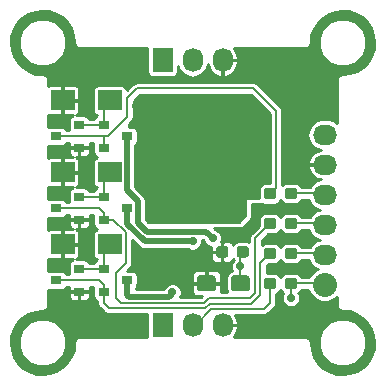
<source format=gbr>
G04 #@! TF.GenerationSoftware,KiCad,Pcbnew,(5.0.0)*
G04 #@! TF.CreationDate,2018-11-19T11:16:29+03:00*
G04 #@! TF.ProjectId,NeoP_6W,4E656F505F36572E6B696361645F7063,rev?*
G04 #@! TF.SameCoordinates,Original*
G04 #@! TF.FileFunction,Copper,L2,Bot,Signal*
G04 #@! TF.FilePolarity,Positive*
%FSLAX46Y46*%
G04 Gerber Fmt 4.6, Leading zero omitted, Abs format (unit mm)*
G04 Created by KiCad (PCBNEW (5.0.0)) date 11/19/18 11:16:29*
%MOMM*%
%LPD*%
G01*
G04 APERTURE LIST*
G04 #@! TA.AperFunction,ComponentPad*
%ADD10R,8.000000X4.800000*%
G04 #@! TD*
G04 #@! TA.AperFunction,ComponentPad*
%ADD11O,2.032000X1.727200*%
G04 #@! TD*
G04 #@! TA.AperFunction,ComponentPad*
%ADD12C,2.032000*%
G04 #@! TD*
G04 #@! TA.AperFunction,SMDPad,CuDef*
%ADD13R,2.000000X1.700000*%
G04 #@! TD*
G04 #@! TA.AperFunction,ComponentPad*
%ADD14R,1.727200X2.032000*%
G04 #@! TD*
G04 #@! TA.AperFunction,ComponentPad*
%ADD15O,1.727200X2.032000*%
G04 #@! TD*
G04 #@! TA.AperFunction,Conductor*
%ADD16C,0.100000*%
G04 #@! TD*
G04 #@! TA.AperFunction,SMDPad,CuDef*
%ADD17C,0.950000*%
G04 #@! TD*
G04 #@! TA.AperFunction,SMDPad,CuDef*
%ADD18R,0.900000X0.800000*%
G04 #@! TD*
G04 #@! TA.AperFunction,SMDPad,CuDef*
%ADD19C,1.350000*%
G04 #@! TD*
G04 #@! TA.AperFunction,ViaPad*
%ADD20C,0.700000*%
G04 #@! TD*
G04 #@! TA.AperFunction,Conductor*
%ADD21C,0.500000*%
G04 #@! TD*
G04 #@! TA.AperFunction,Conductor*
%ADD22C,0.200000*%
G04 #@! TD*
G04 #@! TA.AperFunction,Conductor*
%ADD23C,0.254000*%
G04 #@! TD*
G04 APERTURE END LIST*
D10*
G04 #@! TO.P,D1,*
G04 #@! TO.N,+5V*
X112700000Y-87300000D03*
G04 #@! TD*
D11*
G04 #@! TO.P,J1,6*
G04 #@! TO.N,+5V*
X123900000Y-82400000D03*
G04 #@! TO.P,J1,5*
G04 #@! TO.N,GND*
X123900000Y-84940000D03*
G04 #@! TO.P,J1,4*
G04 #@! TO.N,R*
X123900000Y-87480000D03*
G04 #@! TO.P,J1,3*
G04 #@! TO.N,G*
X123900000Y-90020000D03*
G04 #@! TO.P,J1,2*
G04 #@! TO.N,B*
X123900000Y-92560000D03*
D12*
G04 #@! TO.P,J1,1*
G04 #@! TO.N,TC*
X123900000Y-95100000D03*
G04 #@! TD*
D13*
G04 #@! TO.P,R4,1*
G04 #@! TO.N,GND*
X101695500Y-79502000D03*
G04 #@! TO.P,R4,2*
G04 #@! TO.N,Net-(Q1-Pad2)*
X105695500Y-79502000D03*
G04 #@! TD*
G04 #@! TO.P,R5,1*
G04 #@! TO.N,GND*
X101695500Y-85598000D03*
G04 #@! TO.P,R5,2*
G04 #@! TO.N,Net-(Q2-Pad2)*
X105695500Y-85598000D03*
G04 #@! TD*
G04 #@! TO.P,R6,2*
G04 #@! TO.N,Net-(Q3-Pad2)*
X105695500Y-91694000D03*
G04 #@! TO.P,R6,1*
G04 #@! TO.N,GND*
X101695500Y-91694000D03*
G04 #@! TD*
D14*
G04 #@! TO.P,J2,1*
G04 #@! TO.N,N/C*
X110160000Y-76100000D03*
D15*
G04 #@! TO.P,J2,2*
G04 #@! TO.N,+5V*
X112700000Y-76100000D03*
G04 #@! TO.P,J2,3*
G04 #@! TO.N,GND*
X115240000Y-76100000D03*
G04 #@! TD*
G04 #@! TO.P,J3,3*
G04 #@! TO.N,GND*
X115240000Y-98500000D03*
G04 #@! TO.P,J3,2*
G04 #@! TO.N,+5V*
X112700000Y-98500000D03*
D14*
G04 #@! TO.P,J3,1*
G04 #@! TO.N,N/C*
X110160000Y-98500000D03*
G04 #@! TD*
D16*
G04 #@! TO.N,Net-(Q1-Pad1)*
G04 #@! TO.C,R1*
G36*
X119577779Y-86902144D02*
X119600834Y-86905563D01*
X119623443Y-86911227D01*
X119645387Y-86919079D01*
X119666457Y-86929044D01*
X119686448Y-86941026D01*
X119705168Y-86954910D01*
X119722438Y-86970562D01*
X119738090Y-86987832D01*
X119751974Y-87006552D01*
X119763956Y-87026543D01*
X119773921Y-87047613D01*
X119781773Y-87069557D01*
X119787437Y-87092166D01*
X119790856Y-87115221D01*
X119792000Y-87138500D01*
X119792000Y-87613500D01*
X119790856Y-87636779D01*
X119787437Y-87659834D01*
X119781773Y-87682443D01*
X119773921Y-87704387D01*
X119763956Y-87725457D01*
X119751974Y-87745448D01*
X119738090Y-87764168D01*
X119722438Y-87781438D01*
X119705168Y-87797090D01*
X119686448Y-87810974D01*
X119666457Y-87822956D01*
X119645387Y-87832921D01*
X119623443Y-87840773D01*
X119600834Y-87846437D01*
X119577779Y-87849856D01*
X119554500Y-87851000D01*
X118979500Y-87851000D01*
X118956221Y-87849856D01*
X118933166Y-87846437D01*
X118910557Y-87840773D01*
X118888613Y-87832921D01*
X118867543Y-87822956D01*
X118847552Y-87810974D01*
X118828832Y-87797090D01*
X118811562Y-87781438D01*
X118795910Y-87764168D01*
X118782026Y-87745448D01*
X118770044Y-87725457D01*
X118760079Y-87704387D01*
X118752227Y-87682443D01*
X118746563Y-87659834D01*
X118743144Y-87636779D01*
X118742000Y-87613500D01*
X118742000Y-87138500D01*
X118743144Y-87115221D01*
X118746563Y-87092166D01*
X118752227Y-87069557D01*
X118760079Y-87047613D01*
X118770044Y-87026543D01*
X118782026Y-87006552D01*
X118795910Y-86987832D01*
X118811562Y-86970562D01*
X118828832Y-86954910D01*
X118847552Y-86941026D01*
X118867543Y-86929044D01*
X118888613Y-86919079D01*
X118910557Y-86911227D01*
X118933166Y-86905563D01*
X118956221Y-86902144D01*
X118979500Y-86901000D01*
X119554500Y-86901000D01*
X119577779Y-86902144D01*
X119577779Y-86902144D01*
G37*
D17*
G04 #@! TD*
G04 #@! TO.P,R1,1*
G04 #@! TO.N,Net-(Q1-Pad1)*
X119267000Y-87376000D03*
D16*
G04 #@! TO.N,R*
G04 #@! TO.C,R1*
G36*
X121327779Y-86902144D02*
X121350834Y-86905563D01*
X121373443Y-86911227D01*
X121395387Y-86919079D01*
X121416457Y-86929044D01*
X121436448Y-86941026D01*
X121455168Y-86954910D01*
X121472438Y-86970562D01*
X121488090Y-86987832D01*
X121501974Y-87006552D01*
X121513956Y-87026543D01*
X121523921Y-87047613D01*
X121531773Y-87069557D01*
X121537437Y-87092166D01*
X121540856Y-87115221D01*
X121542000Y-87138500D01*
X121542000Y-87613500D01*
X121540856Y-87636779D01*
X121537437Y-87659834D01*
X121531773Y-87682443D01*
X121523921Y-87704387D01*
X121513956Y-87725457D01*
X121501974Y-87745448D01*
X121488090Y-87764168D01*
X121472438Y-87781438D01*
X121455168Y-87797090D01*
X121436448Y-87810974D01*
X121416457Y-87822956D01*
X121395387Y-87832921D01*
X121373443Y-87840773D01*
X121350834Y-87846437D01*
X121327779Y-87849856D01*
X121304500Y-87851000D01*
X120729500Y-87851000D01*
X120706221Y-87849856D01*
X120683166Y-87846437D01*
X120660557Y-87840773D01*
X120638613Y-87832921D01*
X120617543Y-87822956D01*
X120597552Y-87810974D01*
X120578832Y-87797090D01*
X120561562Y-87781438D01*
X120545910Y-87764168D01*
X120532026Y-87745448D01*
X120520044Y-87725457D01*
X120510079Y-87704387D01*
X120502227Y-87682443D01*
X120496563Y-87659834D01*
X120493144Y-87636779D01*
X120492000Y-87613500D01*
X120492000Y-87138500D01*
X120493144Y-87115221D01*
X120496563Y-87092166D01*
X120502227Y-87069557D01*
X120510079Y-87047613D01*
X120520044Y-87026543D01*
X120532026Y-87006552D01*
X120545910Y-86987832D01*
X120561562Y-86970562D01*
X120578832Y-86954910D01*
X120597552Y-86941026D01*
X120617543Y-86929044D01*
X120638613Y-86919079D01*
X120660557Y-86911227D01*
X120683166Y-86905563D01*
X120706221Y-86902144D01*
X120729500Y-86901000D01*
X121304500Y-86901000D01*
X121327779Y-86902144D01*
X121327779Y-86902144D01*
G37*
D17*
G04 #@! TD*
G04 #@! TO.P,R1,2*
G04 #@! TO.N,R*
X121017000Y-87376000D03*
D16*
G04 #@! TO.N,Net-(Q2-Pad1)*
G04 #@! TO.C,R2*
G36*
X119577779Y-89442144D02*
X119600834Y-89445563D01*
X119623443Y-89451227D01*
X119645387Y-89459079D01*
X119666457Y-89469044D01*
X119686448Y-89481026D01*
X119705168Y-89494910D01*
X119722438Y-89510562D01*
X119738090Y-89527832D01*
X119751974Y-89546552D01*
X119763956Y-89566543D01*
X119773921Y-89587613D01*
X119781773Y-89609557D01*
X119787437Y-89632166D01*
X119790856Y-89655221D01*
X119792000Y-89678500D01*
X119792000Y-90153500D01*
X119790856Y-90176779D01*
X119787437Y-90199834D01*
X119781773Y-90222443D01*
X119773921Y-90244387D01*
X119763956Y-90265457D01*
X119751974Y-90285448D01*
X119738090Y-90304168D01*
X119722438Y-90321438D01*
X119705168Y-90337090D01*
X119686448Y-90350974D01*
X119666457Y-90362956D01*
X119645387Y-90372921D01*
X119623443Y-90380773D01*
X119600834Y-90386437D01*
X119577779Y-90389856D01*
X119554500Y-90391000D01*
X118979500Y-90391000D01*
X118956221Y-90389856D01*
X118933166Y-90386437D01*
X118910557Y-90380773D01*
X118888613Y-90372921D01*
X118867543Y-90362956D01*
X118847552Y-90350974D01*
X118828832Y-90337090D01*
X118811562Y-90321438D01*
X118795910Y-90304168D01*
X118782026Y-90285448D01*
X118770044Y-90265457D01*
X118760079Y-90244387D01*
X118752227Y-90222443D01*
X118746563Y-90199834D01*
X118743144Y-90176779D01*
X118742000Y-90153500D01*
X118742000Y-89678500D01*
X118743144Y-89655221D01*
X118746563Y-89632166D01*
X118752227Y-89609557D01*
X118760079Y-89587613D01*
X118770044Y-89566543D01*
X118782026Y-89546552D01*
X118795910Y-89527832D01*
X118811562Y-89510562D01*
X118828832Y-89494910D01*
X118847552Y-89481026D01*
X118867543Y-89469044D01*
X118888613Y-89459079D01*
X118910557Y-89451227D01*
X118933166Y-89445563D01*
X118956221Y-89442144D01*
X118979500Y-89441000D01*
X119554500Y-89441000D01*
X119577779Y-89442144D01*
X119577779Y-89442144D01*
G37*
D17*
G04 #@! TD*
G04 #@! TO.P,R2,1*
G04 #@! TO.N,Net-(Q2-Pad1)*
X119267000Y-89916000D03*
D16*
G04 #@! TO.N,G*
G04 #@! TO.C,R2*
G36*
X121327779Y-89442144D02*
X121350834Y-89445563D01*
X121373443Y-89451227D01*
X121395387Y-89459079D01*
X121416457Y-89469044D01*
X121436448Y-89481026D01*
X121455168Y-89494910D01*
X121472438Y-89510562D01*
X121488090Y-89527832D01*
X121501974Y-89546552D01*
X121513956Y-89566543D01*
X121523921Y-89587613D01*
X121531773Y-89609557D01*
X121537437Y-89632166D01*
X121540856Y-89655221D01*
X121542000Y-89678500D01*
X121542000Y-90153500D01*
X121540856Y-90176779D01*
X121537437Y-90199834D01*
X121531773Y-90222443D01*
X121523921Y-90244387D01*
X121513956Y-90265457D01*
X121501974Y-90285448D01*
X121488090Y-90304168D01*
X121472438Y-90321438D01*
X121455168Y-90337090D01*
X121436448Y-90350974D01*
X121416457Y-90362956D01*
X121395387Y-90372921D01*
X121373443Y-90380773D01*
X121350834Y-90386437D01*
X121327779Y-90389856D01*
X121304500Y-90391000D01*
X120729500Y-90391000D01*
X120706221Y-90389856D01*
X120683166Y-90386437D01*
X120660557Y-90380773D01*
X120638613Y-90372921D01*
X120617543Y-90362956D01*
X120597552Y-90350974D01*
X120578832Y-90337090D01*
X120561562Y-90321438D01*
X120545910Y-90304168D01*
X120532026Y-90285448D01*
X120520044Y-90265457D01*
X120510079Y-90244387D01*
X120502227Y-90222443D01*
X120496563Y-90199834D01*
X120493144Y-90176779D01*
X120492000Y-90153500D01*
X120492000Y-89678500D01*
X120493144Y-89655221D01*
X120496563Y-89632166D01*
X120502227Y-89609557D01*
X120510079Y-89587613D01*
X120520044Y-89566543D01*
X120532026Y-89546552D01*
X120545910Y-89527832D01*
X120561562Y-89510562D01*
X120578832Y-89494910D01*
X120597552Y-89481026D01*
X120617543Y-89469044D01*
X120638613Y-89459079D01*
X120660557Y-89451227D01*
X120683166Y-89445563D01*
X120706221Y-89442144D01*
X120729500Y-89441000D01*
X121304500Y-89441000D01*
X121327779Y-89442144D01*
X121327779Y-89442144D01*
G37*
D17*
G04 #@! TD*
G04 #@! TO.P,R2,2*
G04 #@! TO.N,G*
X121017000Y-89916000D03*
D16*
G04 #@! TO.N,B*
G04 #@! TO.C,R3*
G36*
X121327779Y-91982144D02*
X121350834Y-91985563D01*
X121373443Y-91991227D01*
X121395387Y-91999079D01*
X121416457Y-92009044D01*
X121436448Y-92021026D01*
X121455168Y-92034910D01*
X121472438Y-92050562D01*
X121488090Y-92067832D01*
X121501974Y-92086552D01*
X121513956Y-92106543D01*
X121523921Y-92127613D01*
X121531773Y-92149557D01*
X121537437Y-92172166D01*
X121540856Y-92195221D01*
X121542000Y-92218500D01*
X121542000Y-92693500D01*
X121540856Y-92716779D01*
X121537437Y-92739834D01*
X121531773Y-92762443D01*
X121523921Y-92784387D01*
X121513956Y-92805457D01*
X121501974Y-92825448D01*
X121488090Y-92844168D01*
X121472438Y-92861438D01*
X121455168Y-92877090D01*
X121436448Y-92890974D01*
X121416457Y-92902956D01*
X121395387Y-92912921D01*
X121373443Y-92920773D01*
X121350834Y-92926437D01*
X121327779Y-92929856D01*
X121304500Y-92931000D01*
X120729500Y-92931000D01*
X120706221Y-92929856D01*
X120683166Y-92926437D01*
X120660557Y-92920773D01*
X120638613Y-92912921D01*
X120617543Y-92902956D01*
X120597552Y-92890974D01*
X120578832Y-92877090D01*
X120561562Y-92861438D01*
X120545910Y-92844168D01*
X120532026Y-92825448D01*
X120520044Y-92805457D01*
X120510079Y-92784387D01*
X120502227Y-92762443D01*
X120496563Y-92739834D01*
X120493144Y-92716779D01*
X120492000Y-92693500D01*
X120492000Y-92218500D01*
X120493144Y-92195221D01*
X120496563Y-92172166D01*
X120502227Y-92149557D01*
X120510079Y-92127613D01*
X120520044Y-92106543D01*
X120532026Y-92086552D01*
X120545910Y-92067832D01*
X120561562Y-92050562D01*
X120578832Y-92034910D01*
X120597552Y-92021026D01*
X120617543Y-92009044D01*
X120638613Y-91999079D01*
X120660557Y-91991227D01*
X120683166Y-91985563D01*
X120706221Y-91982144D01*
X120729500Y-91981000D01*
X121304500Y-91981000D01*
X121327779Y-91982144D01*
X121327779Y-91982144D01*
G37*
D17*
G04 #@! TD*
G04 #@! TO.P,R3,2*
G04 #@! TO.N,B*
X121017000Y-92456000D03*
D16*
G04 #@! TO.N,Net-(Q3-Pad1)*
G04 #@! TO.C,R3*
G36*
X119577779Y-91982144D02*
X119600834Y-91985563D01*
X119623443Y-91991227D01*
X119645387Y-91999079D01*
X119666457Y-92009044D01*
X119686448Y-92021026D01*
X119705168Y-92034910D01*
X119722438Y-92050562D01*
X119738090Y-92067832D01*
X119751974Y-92086552D01*
X119763956Y-92106543D01*
X119773921Y-92127613D01*
X119781773Y-92149557D01*
X119787437Y-92172166D01*
X119790856Y-92195221D01*
X119792000Y-92218500D01*
X119792000Y-92693500D01*
X119790856Y-92716779D01*
X119787437Y-92739834D01*
X119781773Y-92762443D01*
X119773921Y-92784387D01*
X119763956Y-92805457D01*
X119751974Y-92825448D01*
X119738090Y-92844168D01*
X119722438Y-92861438D01*
X119705168Y-92877090D01*
X119686448Y-92890974D01*
X119666457Y-92902956D01*
X119645387Y-92912921D01*
X119623443Y-92920773D01*
X119600834Y-92926437D01*
X119577779Y-92929856D01*
X119554500Y-92931000D01*
X118979500Y-92931000D01*
X118956221Y-92929856D01*
X118933166Y-92926437D01*
X118910557Y-92920773D01*
X118888613Y-92912921D01*
X118867543Y-92902956D01*
X118847552Y-92890974D01*
X118828832Y-92877090D01*
X118811562Y-92861438D01*
X118795910Y-92844168D01*
X118782026Y-92825448D01*
X118770044Y-92805457D01*
X118760079Y-92784387D01*
X118752227Y-92762443D01*
X118746563Y-92739834D01*
X118743144Y-92716779D01*
X118742000Y-92693500D01*
X118742000Y-92218500D01*
X118743144Y-92195221D01*
X118746563Y-92172166D01*
X118752227Y-92149557D01*
X118760079Y-92127613D01*
X118770044Y-92106543D01*
X118782026Y-92086552D01*
X118795910Y-92067832D01*
X118811562Y-92050562D01*
X118828832Y-92034910D01*
X118847552Y-92021026D01*
X118867543Y-92009044D01*
X118888613Y-91999079D01*
X118910557Y-91991227D01*
X118933166Y-91985563D01*
X118956221Y-91982144D01*
X118979500Y-91981000D01*
X119554500Y-91981000D01*
X119577779Y-91982144D01*
X119577779Y-91982144D01*
G37*
D17*
G04 #@! TD*
G04 #@! TO.P,R3,1*
G04 #@! TO.N,Net-(Q3-Pad1)*
X119267000Y-92456000D03*
D16*
G04 #@! TO.N,+5V*
G04 #@! TO.C,R7*
G36*
X119577779Y-94522144D02*
X119600834Y-94525563D01*
X119623443Y-94531227D01*
X119645387Y-94539079D01*
X119666457Y-94549044D01*
X119686448Y-94561026D01*
X119705168Y-94574910D01*
X119722438Y-94590562D01*
X119738090Y-94607832D01*
X119751974Y-94626552D01*
X119763956Y-94646543D01*
X119773921Y-94667613D01*
X119781773Y-94689557D01*
X119787437Y-94712166D01*
X119790856Y-94735221D01*
X119792000Y-94758500D01*
X119792000Y-95233500D01*
X119790856Y-95256779D01*
X119787437Y-95279834D01*
X119781773Y-95302443D01*
X119773921Y-95324387D01*
X119763956Y-95345457D01*
X119751974Y-95365448D01*
X119738090Y-95384168D01*
X119722438Y-95401438D01*
X119705168Y-95417090D01*
X119686448Y-95430974D01*
X119666457Y-95442956D01*
X119645387Y-95452921D01*
X119623443Y-95460773D01*
X119600834Y-95466437D01*
X119577779Y-95469856D01*
X119554500Y-95471000D01*
X118979500Y-95471000D01*
X118956221Y-95469856D01*
X118933166Y-95466437D01*
X118910557Y-95460773D01*
X118888613Y-95452921D01*
X118867543Y-95442956D01*
X118847552Y-95430974D01*
X118828832Y-95417090D01*
X118811562Y-95401438D01*
X118795910Y-95384168D01*
X118782026Y-95365448D01*
X118770044Y-95345457D01*
X118760079Y-95324387D01*
X118752227Y-95302443D01*
X118746563Y-95279834D01*
X118743144Y-95256779D01*
X118742000Y-95233500D01*
X118742000Y-94758500D01*
X118743144Y-94735221D01*
X118746563Y-94712166D01*
X118752227Y-94689557D01*
X118760079Y-94667613D01*
X118770044Y-94646543D01*
X118782026Y-94626552D01*
X118795910Y-94607832D01*
X118811562Y-94590562D01*
X118828832Y-94574910D01*
X118847552Y-94561026D01*
X118867543Y-94549044D01*
X118888613Y-94539079D01*
X118910557Y-94531227D01*
X118933166Y-94525563D01*
X118956221Y-94522144D01*
X118979500Y-94521000D01*
X119554500Y-94521000D01*
X119577779Y-94522144D01*
X119577779Y-94522144D01*
G37*
D17*
G04 #@! TD*
G04 #@! TO.P,R7,2*
G04 #@! TO.N,+5V*
X119267000Y-94996000D03*
D16*
G04 #@! TO.N,TC*
G04 #@! TO.C,R7*
G36*
X121327779Y-94522144D02*
X121350834Y-94525563D01*
X121373443Y-94531227D01*
X121395387Y-94539079D01*
X121416457Y-94549044D01*
X121436448Y-94561026D01*
X121455168Y-94574910D01*
X121472438Y-94590562D01*
X121488090Y-94607832D01*
X121501974Y-94626552D01*
X121513956Y-94646543D01*
X121523921Y-94667613D01*
X121531773Y-94689557D01*
X121537437Y-94712166D01*
X121540856Y-94735221D01*
X121542000Y-94758500D01*
X121542000Y-95233500D01*
X121540856Y-95256779D01*
X121537437Y-95279834D01*
X121531773Y-95302443D01*
X121523921Y-95324387D01*
X121513956Y-95345457D01*
X121501974Y-95365448D01*
X121488090Y-95384168D01*
X121472438Y-95401438D01*
X121455168Y-95417090D01*
X121436448Y-95430974D01*
X121416457Y-95442956D01*
X121395387Y-95452921D01*
X121373443Y-95460773D01*
X121350834Y-95466437D01*
X121327779Y-95469856D01*
X121304500Y-95471000D01*
X120729500Y-95471000D01*
X120706221Y-95469856D01*
X120683166Y-95466437D01*
X120660557Y-95460773D01*
X120638613Y-95452921D01*
X120617543Y-95442956D01*
X120597552Y-95430974D01*
X120578832Y-95417090D01*
X120561562Y-95401438D01*
X120545910Y-95384168D01*
X120532026Y-95365448D01*
X120520044Y-95345457D01*
X120510079Y-95324387D01*
X120502227Y-95302443D01*
X120496563Y-95279834D01*
X120493144Y-95256779D01*
X120492000Y-95233500D01*
X120492000Y-94758500D01*
X120493144Y-94735221D01*
X120496563Y-94712166D01*
X120502227Y-94689557D01*
X120510079Y-94667613D01*
X120520044Y-94646543D01*
X120532026Y-94626552D01*
X120545910Y-94607832D01*
X120561562Y-94590562D01*
X120578832Y-94574910D01*
X120597552Y-94561026D01*
X120617543Y-94549044D01*
X120638613Y-94539079D01*
X120660557Y-94531227D01*
X120683166Y-94525563D01*
X120706221Y-94522144D01*
X120729500Y-94521000D01*
X121304500Y-94521000D01*
X121327779Y-94522144D01*
X121327779Y-94522144D01*
G37*
D17*
G04 #@! TD*
G04 #@! TO.P,R7,1*
G04 #@! TO.N,TC*
X121017000Y-94996000D03*
D16*
G04 #@! TO.N,TC*
G04 #@! TO.C,TH1*
G36*
X117263779Y-91855144D02*
X117286834Y-91858563D01*
X117309443Y-91864227D01*
X117331387Y-91872079D01*
X117352457Y-91882044D01*
X117372448Y-91894026D01*
X117391168Y-91907910D01*
X117408438Y-91923562D01*
X117424090Y-91940832D01*
X117437974Y-91959552D01*
X117449956Y-91979543D01*
X117459921Y-92000613D01*
X117467773Y-92022557D01*
X117473437Y-92045166D01*
X117476856Y-92068221D01*
X117478000Y-92091500D01*
X117478000Y-92566500D01*
X117476856Y-92589779D01*
X117473437Y-92612834D01*
X117467773Y-92635443D01*
X117459921Y-92657387D01*
X117449956Y-92678457D01*
X117437974Y-92698448D01*
X117424090Y-92717168D01*
X117408438Y-92734438D01*
X117391168Y-92750090D01*
X117372448Y-92763974D01*
X117352457Y-92775956D01*
X117331387Y-92785921D01*
X117309443Y-92793773D01*
X117286834Y-92799437D01*
X117263779Y-92802856D01*
X117240500Y-92804000D01*
X116665500Y-92804000D01*
X116642221Y-92802856D01*
X116619166Y-92799437D01*
X116596557Y-92793773D01*
X116574613Y-92785921D01*
X116553543Y-92775956D01*
X116533552Y-92763974D01*
X116514832Y-92750090D01*
X116497562Y-92734438D01*
X116481910Y-92717168D01*
X116468026Y-92698448D01*
X116456044Y-92678457D01*
X116446079Y-92657387D01*
X116438227Y-92635443D01*
X116432563Y-92612834D01*
X116429144Y-92589779D01*
X116428000Y-92566500D01*
X116428000Y-92091500D01*
X116429144Y-92068221D01*
X116432563Y-92045166D01*
X116438227Y-92022557D01*
X116446079Y-92000613D01*
X116456044Y-91979543D01*
X116468026Y-91959552D01*
X116481910Y-91940832D01*
X116497562Y-91923562D01*
X116514832Y-91907910D01*
X116533552Y-91894026D01*
X116553543Y-91882044D01*
X116574613Y-91872079D01*
X116596557Y-91864227D01*
X116619166Y-91858563D01*
X116642221Y-91855144D01*
X116665500Y-91854000D01*
X117240500Y-91854000D01*
X117263779Y-91855144D01*
X117263779Y-91855144D01*
G37*
D17*
G04 #@! TD*
G04 #@! TO.P,TH1,1*
G04 #@! TO.N,TC*
X116953000Y-92329000D03*
D16*
G04 #@! TO.N,GND*
G04 #@! TO.C,TH1*
G36*
X115513779Y-91855144D02*
X115536834Y-91858563D01*
X115559443Y-91864227D01*
X115581387Y-91872079D01*
X115602457Y-91882044D01*
X115622448Y-91894026D01*
X115641168Y-91907910D01*
X115658438Y-91923562D01*
X115674090Y-91940832D01*
X115687974Y-91959552D01*
X115699956Y-91979543D01*
X115709921Y-92000613D01*
X115717773Y-92022557D01*
X115723437Y-92045166D01*
X115726856Y-92068221D01*
X115728000Y-92091500D01*
X115728000Y-92566500D01*
X115726856Y-92589779D01*
X115723437Y-92612834D01*
X115717773Y-92635443D01*
X115709921Y-92657387D01*
X115699956Y-92678457D01*
X115687974Y-92698448D01*
X115674090Y-92717168D01*
X115658438Y-92734438D01*
X115641168Y-92750090D01*
X115622448Y-92763974D01*
X115602457Y-92775956D01*
X115581387Y-92785921D01*
X115559443Y-92793773D01*
X115536834Y-92799437D01*
X115513779Y-92802856D01*
X115490500Y-92804000D01*
X114915500Y-92804000D01*
X114892221Y-92802856D01*
X114869166Y-92799437D01*
X114846557Y-92793773D01*
X114824613Y-92785921D01*
X114803543Y-92775956D01*
X114783552Y-92763974D01*
X114764832Y-92750090D01*
X114747562Y-92734438D01*
X114731910Y-92717168D01*
X114718026Y-92698448D01*
X114706044Y-92678457D01*
X114696079Y-92657387D01*
X114688227Y-92635443D01*
X114682563Y-92612834D01*
X114679144Y-92589779D01*
X114678000Y-92566500D01*
X114678000Y-92091500D01*
X114679144Y-92068221D01*
X114682563Y-92045166D01*
X114688227Y-92022557D01*
X114696079Y-92000613D01*
X114706044Y-91979543D01*
X114718026Y-91959552D01*
X114731910Y-91940832D01*
X114747562Y-91923562D01*
X114764832Y-91907910D01*
X114783552Y-91894026D01*
X114803543Y-91882044D01*
X114824613Y-91872079D01*
X114846557Y-91864227D01*
X114869166Y-91858563D01*
X114892221Y-91855144D01*
X114915500Y-91854000D01*
X115490500Y-91854000D01*
X115513779Y-91855144D01*
X115513779Y-91855144D01*
G37*
D17*
G04 #@! TD*
G04 #@! TO.P,TH1,2*
G04 #@! TO.N,GND*
X115203000Y-92329000D03*
D18*
G04 #@! TO.P,Q1,1*
G04 #@! TO.N,Net-(Q1-Pad1)*
X105172000Y-83500000D03*
G04 #@! TO.P,Q1,2*
G04 #@! TO.N,Net-(Q1-Pad2)*
X105172000Y-81600000D03*
G04 #@! TO.P,Q1,3*
G04 #@! TO.N,Net-(D1-Pad3)*
X107172000Y-82550000D03*
G04 #@! TD*
G04 #@! TO.P,Q2,1*
G04 #@! TO.N,Net-(Q2-Pad1)*
X105172000Y-89596000D03*
G04 #@! TO.P,Q2,2*
G04 #@! TO.N,Net-(Q2-Pad2)*
X105172000Y-87696000D03*
G04 #@! TO.P,Q2,3*
G04 #@! TO.N,Net-(D1-Pad2)*
X107172000Y-88646000D03*
G04 #@! TD*
G04 #@! TO.P,Q3,3*
G04 #@! TO.N,Net-(D1-Pad1)*
X107172000Y-94742000D03*
G04 #@! TO.P,Q3,2*
G04 #@! TO.N,Net-(Q3-Pad2)*
X105172000Y-93792000D03*
G04 #@! TO.P,Q3,1*
G04 #@! TO.N,Net-(Q3-Pad1)*
X105172000Y-95692000D03*
G04 #@! TD*
G04 #@! TO.P,Q4,1*
G04 #@! TO.N,Net-(Q1-Pad2)*
X103108000Y-81600000D03*
G04 #@! TO.P,Q4,2*
G04 #@! TO.N,GND*
X103108000Y-83500000D03*
G04 #@! TO.P,Q4,3*
G04 #@! TO.N,Net-(Q1-Pad1)*
X101108000Y-82550000D03*
G04 #@! TD*
G04 #@! TO.P,Q5,3*
G04 #@! TO.N,Net-(Q2-Pad1)*
X101108000Y-88646000D03*
G04 #@! TO.P,Q5,2*
G04 #@! TO.N,GND*
X103108000Y-89596000D03*
G04 #@! TO.P,Q5,1*
G04 #@! TO.N,Net-(Q2-Pad2)*
X103108000Y-87696000D03*
G04 #@! TD*
G04 #@! TO.P,Q6,3*
G04 #@! TO.N,Net-(Q3-Pad1)*
X101108000Y-94742000D03*
G04 #@! TO.P,Q6,2*
G04 #@! TO.N,GND*
X103108000Y-95692000D03*
G04 #@! TO.P,Q6,1*
G04 #@! TO.N,Net-(Q3-Pad2)*
X103108000Y-93792000D03*
G04 #@! TD*
D16*
G04 #@! TO.N,TC*
G04 #@! TO.C,C1*
G36*
X117315505Y-94322204D02*
X117339773Y-94325804D01*
X117363572Y-94331765D01*
X117386671Y-94340030D01*
X117408850Y-94350520D01*
X117429893Y-94363132D01*
X117449599Y-94377747D01*
X117467777Y-94394223D01*
X117484253Y-94412401D01*
X117498868Y-94432107D01*
X117511480Y-94453150D01*
X117521970Y-94475329D01*
X117530235Y-94498428D01*
X117536196Y-94522227D01*
X117539796Y-94546495D01*
X117541000Y-94570999D01*
X117541000Y-95421001D01*
X117539796Y-95445505D01*
X117536196Y-95469773D01*
X117530235Y-95493572D01*
X117521970Y-95516671D01*
X117511480Y-95538850D01*
X117498868Y-95559893D01*
X117484253Y-95579599D01*
X117467777Y-95597777D01*
X117449599Y-95614253D01*
X117429893Y-95628868D01*
X117408850Y-95641480D01*
X117386671Y-95651970D01*
X117363572Y-95660235D01*
X117339773Y-95666196D01*
X117315505Y-95669796D01*
X117291001Y-95671000D01*
X116215999Y-95671000D01*
X116191495Y-95669796D01*
X116167227Y-95666196D01*
X116143428Y-95660235D01*
X116120329Y-95651970D01*
X116098150Y-95641480D01*
X116077107Y-95628868D01*
X116057401Y-95614253D01*
X116039223Y-95597777D01*
X116022747Y-95579599D01*
X116008132Y-95559893D01*
X115995520Y-95538850D01*
X115985030Y-95516671D01*
X115976765Y-95493572D01*
X115970804Y-95469773D01*
X115967204Y-95445505D01*
X115966000Y-95421001D01*
X115966000Y-94570999D01*
X115967204Y-94546495D01*
X115970804Y-94522227D01*
X115976765Y-94498428D01*
X115985030Y-94475329D01*
X115995520Y-94453150D01*
X116008132Y-94432107D01*
X116022747Y-94412401D01*
X116039223Y-94394223D01*
X116057401Y-94377747D01*
X116077107Y-94363132D01*
X116098150Y-94350520D01*
X116120329Y-94340030D01*
X116143428Y-94331765D01*
X116167227Y-94325804D01*
X116191495Y-94322204D01*
X116215999Y-94321000D01*
X117291001Y-94321000D01*
X117315505Y-94322204D01*
X117315505Y-94322204D01*
G37*
D19*
G04 #@! TD*
G04 #@! TO.P,C1,1*
G04 #@! TO.N,TC*
X116753500Y-94996000D03*
D16*
G04 #@! TO.N,GND*
G04 #@! TO.C,C1*
G36*
X114440505Y-94322204D02*
X114464773Y-94325804D01*
X114488572Y-94331765D01*
X114511671Y-94340030D01*
X114533850Y-94350520D01*
X114554893Y-94363132D01*
X114574599Y-94377747D01*
X114592777Y-94394223D01*
X114609253Y-94412401D01*
X114623868Y-94432107D01*
X114636480Y-94453150D01*
X114646970Y-94475329D01*
X114655235Y-94498428D01*
X114661196Y-94522227D01*
X114664796Y-94546495D01*
X114666000Y-94570999D01*
X114666000Y-95421001D01*
X114664796Y-95445505D01*
X114661196Y-95469773D01*
X114655235Y-95493572D01*
X114646970Y-95516671D01*
X114636480Y-95538850D01*
X114623868Y-95559893D01*
X114609253Y-95579599D01*
X114592777Y-95597777D01*
X114574599Y-95614253D01*
X114554893Y-95628868D01*
X114533850Y-95641480D01*
X114511671Y-95651970D01*
X114488572Y-95660235D01*
X114464773Y-95666196D01*
X114440505Y-95669796D01*
X114416001Y-95671000D01*
X113340999Y-95671000D01*
X113316495Y-95669796D01*
X113292227Y-95666196D01*
X113268428Y-95660235D01*
X113245329Y-95651970D01*
X113223150Y-95641480D01*
X113202107Y-95628868D01*
X113182401Y-95614253D01*
X113164223Y-95597777D01*
X113147747Y-95579599D01*
X113133132Y-95559893D01*
X113120520Y-95538850D01*
X113110030Y-95516671D01*
X113101765Y-95493572D01*
X113095804Y-95469773D01*
X113092204Y-95445505D01*
X113091000Y-95421001D01*
X113091000Y-94570999D01*
X113092204Y-94546495D01*
X113095804Y-94522227D01*
X113101765Y-94498428D01*
X113110030Y-94475329D01*
X113120520Y-94453150D01*
X113133132Y-94432107D01*
X113147747Y-94412401D01*
X113164223Y-94394223D01*
X113182401Y-94377747D01*
X113202107Y-94363132D01*
X113223150Y-94350520D01*
X113245329Y-94340030D01*
X113268428Y-94331765D01*
X113292227Y-94325804D01*
X113316495Y-94322204D01*
X113340999Y-94321000D01*
X114416001Y-94321000D01*
X114440505Y-94322204D01*
X114440505Y-94322204D01*
G37*
D19*
G04 #@! TD*
G04 #@! TO.P,C1,2*
G04 #@! TO.N,GND*
X113878500Y-94996000D03*
D20*
G04 #@! TO.N,GND*
X104000000Y-99000000D03*
X107000000Y-99000000D03*
X108000000Y-76000000D03*
X104000000Y-76000000D03*
X106000000Y-76000000D03*
X118000000Y-99000000D03*
X121000000Y-99000000D03*
X122500000Y-88500000D03*
X122500000Y-86000000D03*
X101000000Y-87500000D03*
X101000000Y-90000000D03*
X101000000Y-81500000D03*
X112268000Y-95758000D03*
X122237500Y-93726000D03*
X122174000Y-91186000D03*
X113919000Y-77533500D03*
X111633000Y-77533500D03*
X118000000Y-76000000D03*
X120000000Y-76000000D03*
X124000000Y-79000000D03*
X104000000Y-78000000D03*
X108267500Y-95186500D03*
X118000000Y-97980500D03*
G04 #@! TO.N,+5V*
X112712498Y-89281000D03*
X112712498Y-88392000D03*
X113876664Y-86328250D03*
X110384166Y-89281000D03*
X116205000Y-89281000D03*
X115040830Y-89281000D03*
X113876664Y-89281000D03*
X111548332Y-89281000D03*
X111548332Y-88296750D03*
X113876664Y-88296750D03*
X115040830Y-88296750D03*
X111548332Y-85344000D03*
X113876664Y-85344000D03*
X115040830Y-86328250D03*
X115040830Y-85344000D03*
X110384166Y-86328250D03*
X110384166Y-85344000D03*
X109220000Y-86328250D03*
X109220000Y-88296750D03*
X116205000Y-88296750D03*
X116205000Y-86328250D03*
X116205000Y-85344000D03*
X109220000Y-85344000D03*
X109220000Y-82550000D03*
X109220000Y-81280000D03*
X109220000Y-80010000D03*
X116205000Y-82550000D03*
X116205000Y-81280000D03*
X116205000Y-80010000D03*
X117475000Y-82550000D03*
X117475000Y-81280000D03*
X117475000Y-80010000D03*
X118745000Y-81280000D03*
X118745000Y-82550000D03*
X117475000Y-85344000D03*
X118745000Y-85344000D03*
X117475000Y-86328250D03*
X107950000Y-80010000D03*
X107950000Y-81280000D03*
X110384166Y-88296750D03*
X109220000Y-89281000D03*
X111548332Y-86328250D03*
X112712498Y-85344000D03*
X112712498Y-86233000D03*
X116205000Y-87312500D03*
X111548332Y-87312500D03*
X113876664Y-87312500D03*
X115040830Y-87312500D03*
X109220000Y-87312500D03*
X110384166Y-87312500D03*
G04 #@! TO.N,Net-(D1-Pad3)*
X114427000Y-91186000D03*
G04 #@! TO.N,Net-(D1-Pad2)*
X112712500Y-91440000D03*
G04 #@! TO.N,Net-(D1-Pad1)*
X110998000Y-95758000D03*
G04 #@! TO.N,TC*
X116753500Y-93535500D03*
X121017000Y-96252000D03*
G04 #@! TD*
D21*
G04 #@! TO.N,+5V*
X112700000Y-98500000D02*
X112700000Y-98347600D01*
D22*
X112700000Y-98500000D02*
X112955000Y-98500000D01*
X112955000Y-98500000D02*
X114300000Y-97155000D01*
X114300000Y-97155000D02*
X118745000Y-97155000D01*
X119267000Y-96633000D02*
X119267000Y-94996000D01*
X118745000Y-97155000D02*
X119267000Y-96633000D01*
D21*
G04 #@! TO.N,Net-(D1-Pad3)*
X113855500Y-90614500D02*
X114427000Y-91186000D01*
X108839000Y-90614500D02*
X113855500Y-90614500D01*
X108072001Y-89847501D02*
X108839000Y-90614500D01*
X108072001Y-88011000D02*
X108072001Y-89847501D01*
X107172000Y-87110999D02*
X108072001Y-88011000D01*
X107172000Y-82550000D02*
X107172000Y-87110999D01*
G04 #@! TO.N,Net-(D1-Pad2)*
X107172000Y-89963500D02*
X107172000Y-88646000D01*
X108648500Y-91440000D02*
X107172000Y-89963500D01*
X112712500Y-91440000D02*
X108648500Y-91440000D01*
G04 #@! TO.N,Net-(D1-Pad1)*
X110678020Y-96141480D02*
X110934500Y-95885000D01*
X107317480Y-96141480D02*
X110678020Y-96141480D01*
X107172000Y-94742000D02*
X107172000Y-95996000D01*
X107172000Y-95996000D02*
X107317480Y-96141480D01*
D22*
G04 #@! TO.N,R*
X123796000Y-87376000D02*
X123900000Y-87480000D01*
X121017000Y-87376000D02*
X123796000Y-87376000D01*
G04 #@! TO.N,G*
X123796000Y-89916000D02*
X123900000Y-90020000D01*
X121017000Y-89916000D02*
X123796000Y-89916000D01*
G04 #@! TO.N,B*
X123796000Y-92456000D02*
X123900000Y-92560000D01*
X121017000Y-92456000D02*
X123796000Y-92456000D01*
G04 #@! TO.N,TC*
X123796000Y-94996000D02*
X123900000Y-95100000D01*
X121017000Y-94996000D02*
X123796000Y-94996000D01*
X116753500Y-94996000D02*
X116753500Y-93535500D01*
X116753500Y-92528500D02*
X116953000Y-92329000D01*
X116753500Y-93535500D02*
X116753500Y-92528500D01*
X121017000Y-94996000D02*
X121017000Y-96252000D01*
G04 #@! TO.N,Net-(Q1-Pad1)*
X101108000Y-82550000D02*
X104648000Y-82550000D01*
X105170000Y-82898000D02*
X105170000Y-82550000D01*
X105172000Y-82900000D02*
X105170000Y-82898000D01*
X105172000Y-83500000D02*
X105172000Y-82900000D01*
X104648000Y-82550000D02*
X105170000Y-82550000D01*
X119766072Y-86876928D02*
X119267000Y-87376000D01*
X119766072Y-80396072D02*
X119766072Y-86876928D01*
X105170000Y-82550000D02*
X105522000Y-82550000D01*
X105522000Y-82550000D02*
X107188000Y-80884000D01*
X107188000Y-80884000D02*
X107188000Y-79311500D01*
X107188000Y-79311500D02*
X108013500Y-78486000D01*
X108013500Y-78486000D02*
X117856000Y-78486000D01*
X117856000Y-78486000D02*
X119766072Y-80396072D01*
G04 #@! TO.N,Net-(Q2-Pad1)*
X105172000Y-88996000D02*
X105172000Y-89596000D01*
X104822000Y-88646000D02*
X105172000Y-88996000D01*
X101108000Y-88646000D02*
X104822000Y-88646000D01*
X113632114Y-96691490D02*
X114057604Y-96266000D01*
X118033800Y-95789202D02*
X117938002Y-95885000D01*
X117557002Y-96266000D02*
X117938002Y-95885000D01*
X114057604Y-96266000D02*
X117557002Y-96266000D01*
X107061000Y-90679999D02*
X105977001Y-89596000D01*
X112649000Y-96691490D02*
X106660990Y-96691490D01*
X106660990Y-96691490D02*
X106210100Y-96240600D01*
X107061000Y-93268800D02*
X107061000Y-90679999D01*
X106210100Y-94119700D02*
X107061000Y-93268800D01*
X119267000Y-89916000D02*
X118033800Y-91149200D01*
X118033800Y-91149200D02*
X118033800Y-95789202D01*
X106210100Y-96240600D02*
X106210100Y-94119700D01*
X105977001Y-89596000D02*
X105172000Y-89596000D01*
X112649000Y-96691490D02*
X113632114Y-96691490D01*
G04 #@! TO.N,Net-(Q3-Pad1)*
X104822000Y-94742000D02*
X105172000Y-95092000D01*
X101108000Y-94742000D02*
X104822000Y-94742000D01*
X105172000Y-95092000D02*
X105172000Y-95692000D01*
X105600500Y-97091500D02*
X105172000Y-96663000D01*
X105172000Y-96663000D02*
X105172000Y-95692000D01*
X119267000Y-92456000D02*
X118441990Y-93281010D01*
X112839500Y-97091500D02*
X113797802Y-97091500D01*
X112839500Y-97091500D02*
X105600500Y-97091500D01*
X113797802Y-97091500D02*
X114178802Y-96710500D01*
X118441990Y-93281010D02*
X118441990Y-95694500D01*
X117679990Y-96710500D02*
X118441990Y-95948500D01*
X117665500Y-96710500D02*
X117679990Y-96710500D01*
X118441990Y-95948500D02*
X118441990Y-95694500D01*
X114178802Y-96710500D02*
X117665500Y-96710500D01*
G04 #@! TO.N,Net-(Q1-Pad2)*
X103758000Y-81600000D02*
X105172000Y-81600000D01*
X103108000Y-81600000D02*
X103758000Y-81600000D01*
X105172000Y-80089000D02*
X105759000Y-79502000D01*
X105172000Y-81600000D02*
X105172000Y-80089000D01*
G04 #@! TO.N,Net-(Q2-Pad2)*
X103758000Y-87696000D02*
X105172000Y-87696000D01*
X103108000Y-87696000D02*
X103758000Y-87696000D01*
X105172000Y-86185000D02*
X105759000Y-85598000D01*
X105172000Y-87696000D02*
X105172000Y-86185000D01*
G04 #@! TO.N,Net-(Q3-Pad2)*
X103758000Y-93792000D02*
X105172000Y-93792000D01*
X103108000Y-93792000D02*
X103758000Y-93792000D01*
X105172000Y-92281000D02*
X105759000Y-91694000D01*
X105172000Y-93792000D02*
X105172000Y-92281000D01*
G04 #@! TD*
D23*
G04 #@! TO.N,GND*
G36*
X102231000Y-95562250D02*
X102337750Y-95669000D01*
X103085000Y-95669000D01*
X103085000Y-95649000D01*
X103131000Y-95649000D01*
X103131000Y-95669000D01*
X103878250Y-95669000D01*
X103985000Y-95562250D01*
X103985000Y-95269000D01*
X104291210Y-95269000D01*
X104286635Y-95292000D01*
X104286635Y-96092000D01*
X104319775Y-96258607D01*
X104414150Y-96399850D01*
X104555393Y-96494225D01*
X104645000Y-96512049D01*
X104645000Y-96611102D01*
X104634677Y-96663000D01*
X104645000Y-96714898D01*
X104645000Y-96714902D01*
X104675577Y-96868624D01*
X104707316Y-96916125D01*
X104760600Y-96995869D01*
X104792055Y-97042945D01*
X104836055Y-97072345D01*
X105191155Y-97427445D01*
X105220555Y-97471445D01*
X105264555Y-97500845D01*
X105264556Y-97500846D01*
X105317317Y-97536100D01*
X105394875Y-97587923D01*
X105548597Y-97618500D01*
X105548601Y-97618500D01*
X105600500Y-97628823D01*
X105652399Y-97618500D01*
X108861035Y-97618500D01*
X108861035Y-99498000D01*
X103150561Y-99498000D01*
X103004130Y-99527127D01*
X102838079Y-99638079D01*
X102727127Y-99804130D01*
X102688166Y-100000000D01*
X102692441Y-100021494D01*
X102627884Y-100597038D01*
X102430305Y-101164406D01*
X102111939Y-101673900D01*
X101688602Y-102100202D01*
X101181348Y-102422116D01*
X100615374Y-102623650D01*
X100018812Y-102694786D01*
X99421320Y-102631987D01*
X98852587Y-102438375D01*
X98340882Y-102123571D01*
X97911640Y-101703226D01*
X97586190Y-101198228D01*
X97380710Y-100633675D01*
X97305411Y-100037624D01*
X97348633Y-99596805D01*
X97973000Y-99596805D01*
X97973000Y-100403195D01*
X98281593Y-101148203D01*
X98851797Y-101718407D01*
X99596805Y-102027000D01*
X100403195Y-102027000D01*
X101148203Y-101718407D01*
X101718407Y-101148203D01*
X102027000Y-100403195D01*
X102027000Y-99596805D01*
X101718407Y-98851797D01*
X101148203Y-98281593D01*
X100403195Y-97973000D01*
X99596805Y-97973000D01*
X98851797Y-98281593D01*
X98281593Y-98851797D01*
X97973000Y-99596805D01*
X97348633Y-99596805D01*
X97364037Y-99439709D01*
X97553674Y-98869638D01*
X97864898Y-98355748D01*
X98282235Y-97923583D01*
X98784949Y-97594615D01*
X99348058Y-97385197D01*
X99959003Y-97303679D01*
X100000000Y-97311834D01*
X100195869Y-97272873D01*
X100361921Y-97161921D01*
X100472873Y-96995870D01*
X100502000Y-96849439D01*
X100502000Y-95821750D01*
X102231000Y-95821750D01*
X102231000Y-96176936D01*
X102296007Y-96333876D01*
X102416124Y-96453993D01*
X102573065Y-96519000D01*
X102978250Y-96519000D01*
X103085000Y-96412250D01*
X103085000Y-95715000D01*
X103131000Y-95715000D01*
X103131000Y-96412250D01*
X103237750Y-96519000D01*
X103642935Y-96519000D01*
X103799876Y-96453993D01*
X103919993Y-96333876D01*
X103985000Y-96176936D01*
X103985000Y-95821750D01*
X103878250Y-95715000D01*
X103131000Y-95715000D01*
X103085000Y-95715000D01*
X102337750Y-95715000D01*
X102231000Y-95821750D01*
X100502000Y-95821750D01*
X100502000Y-95546335D01*
X100658000Y-95577365D01*
X101558000Y-95577365D01*
X101724607Y-95544225D01*
X101865850Y-95449850D01*
X101960225Y-95308607D01*
X101968103Y-95269000D01*
X102231000Y-95269000D01*
X102231000Y-95562250D01*
X102231000Y-95562250D01*
G37*
X102231000Y-95562250D02*
X102337750Y-95669000D01*
X103085000Y-95669000D01*
X103085000Y-95649000D01*
X103131000Y-95649000D01*
X103131000Y-95669000D01*
X103878250Y-95669000D01*
X103985000Y-95562250D01*
X103985000Y-95269000D01*
X104291210Y-95269000D01*
X104286635Y-95292000D01*
X104286635Y-96092000D01*
X104319775Y-96258607D01*
X104414150Y-96399850D01*
X104555393Y-96494225D01*
X104645000Y-96512049D01*
X104645000Y-96611102D01*
X104634677Y-96663000D01*
X104645000Y-96714898D01*
X104645000Y-96714902D01*
X104675577Y-96868624D01*
X104707316Y-96916125D01*
X104760600Y-96995869D01*
X104792055Y-97042945D01*
X104836055Y-97072345D01*
X105191155Y-97427445D01*
X105220555Y-97471445D01*
X105264555Y-97500845D01*
X105264556Y-97500846D01*
X105317317Y-97536100D01*
X105394875Y-97587923D01*
X105548597Y-97618500D01*
X105548601Y-97618500D01*
X105600500Y-97628823D01*
X105652399Y-97618500D01*
X108861035Y-97618500D01*
X108861035Y-99498000D01*
X103150561Y-99498000D01*
X103004130Y-99527127D01*
X102838079Y-99638079D01*
X102727127Y-99804130D01*
X102688166Y-100000000D01*
X102692441Y-100021494D01*
X102627884Y-100597038D01*
X102430305Y-101164406D01*
X102111939Y-101673900D01*
X101688602Y-102100202D01*
X101181348Y-102422116D01*
X100615374Y-102623650D01*
X100018812Y-102694786D01*
X99421320Y-102631987D01*
X98852587Y-102438375D01*
X98340882Y-102123571D01*
X97911640Y-101703226D01*
X97586190Y-101198228D01*
X97380710Y-100633675D01*
X97305411Y-100037624D01*
X97348633Y-99596805D01*
X97973000Y-99596805D01*
X97973000Y-100403195D01*
X98281593Y-101148203D01*
X98851797Y-101718407D01*
X99596805Y-102027000D01*
X100403195Y-102027000D01*
X101148203Y-101718407D01*
X101718407Y-101148203D01*
X102027000Y-100403195D01*
X102027000Y-99596805D01*
X101718407Y-98851797D01*
X101148203Y-98281593D01*
X100403195Y-97973000D01*
X99596805Y-97973000D01*
X98851797Y-98281593D01*
X98281593Y-98851797D01*
X97973000Y-99596805D01*
X97348633Y-99596805D01*
X97364037Y-99439709D01*
X97553674Y-98869638D01*
X97864898Y-98355748D01*
X98282235Y-97923583D01*
X98784949Y-97594615D01*
X99348058Y-97385197D01*
X99959003Y-97303679D01*
X100000000Y-97311834D01*
X100195869Y-97272873D01*
X100361921Y-97161921D01*
X100472873Y-96995870D01*
X100502000Y-96849439D01*
X100502000Y-95821750D01*
X102231000Y-95821750D01*
X102231000Y-96176936D01*
X102296007Y-96333876D01*
X102416124Y-96453993D01*
X102573065Y-96519000D01*
X102978250Y-96519000D01*
X103085000Y-96412250D01*
X103085000Y-95715000D01*
X103131000Y-95715000D01*
X103131000Y-96412250D01*
X103237750Y-96519000D01*
X103642935Y-96519000D01*
X103799876Y-96453993D01*
X103919993Y-96333876D01*
X103985000Y-96176936D01*
X103985000Y-95821750D01*
X103878250Y-95715000D01*
X103131000Y-95715000D01*
X103085000Y-95715000D01*
X102337750Y-95715000D01*
X102231000Y-95821750D01*
X100502000Y-95821750D01*
X100502000Y-95546335D01*
X100658000Y-95577365D01*
X101558000Y-95577365D01*
X101724607Y-95544225D01*
X101865850Y-95449850D01*
X101960225Y-95308607D01*
X101968103Y-95269000D01*
X102231000Y-95269000D01*
X102231000Y-95562250D01*
G36*
X122676684Y-95917394D02*
X123082606Y-96323316D01*
X123612969Y-96543000D01*
X124187031Y-96543000D01*
X124717394Y-96323316D01*
X124898001Y-96142709D01*
X124898001Y-96849439D01*
X124927128Y-96995870D01*
X125038080Y-97161921D01*
X125204131Y-97272873D01*
X125400000Y-97311834D01*
X125421494Y-97307559D01*
X125997042Y-97372117D01*
X126564408Y-97569696D01*
X127073900Y-97888061D01*
X127500202Y-98311398D01*
X127822116Y-98818652D01*
X128023650Y-99384626D01*
X128094786Y-99981188D01*
X128031987Y-100578680D01*
X127838375Y-101147413D01*
X127523571Y-101659118D01*
X127103226Y-102088360D01*
X126598228Y-102413810D01*
X126033675Y-102619290D01*
X125437624Y-102694589D01*
X124839711Y-102635963D01*
X124269637Y-102446326D01*
X123755749Y-102135104D01*
X123323583Y-101717765D01*
X122994613Y-101215048D01*
X122785197Y-100651942D01*
X122703679Y-100040997D01*
X122711834Y-100000000D01*
X122672873Y-99804130D01*
X122561921Y-99638079D01*
X122500151Y-99596805D01*
X123373000Y-99596805D01*
X123373000Y-100403195D01*
X123681593Y-101148203D01*
X124251797Y-101718407D01*
X124996805Y-102027000D01*
X125803195Y-102027000D01*
X126548203Y-101718407D01*
X127118407Y-101148203D01*
X127427000Y-100403195D01*
X127427000Y-99596805D01*
X127118407Y-98851797D01*
X126548203Y-98281593D01*
X125803195Y-97973000D01*
X124996805Y-97973000D01*
X124251797Y-98281593D01*
X123681593Y-98851797D01*
X123373000Y-99596805D01*
X122500151Y-99596805D01*
X122395870Y-99527127D01*
X122249439Y-99498000D01*
X116194130Y-99498000D01*
X116423557Y-99167540D01*
X116530600Y-98675400D01*
X116530600Y-98523000D01*
X115263000Y-98523000D01*
X115263000Y-98543000D01*
X115217000Y-98543000D01*
X115217000Y-98523000D01*
X115197000Y-98523000D01*
X115197000Y-98477000D01*
X115217000Y-98477000D01*
X115217000Y-98457000D01*
X115263000Y-98457000D01*
X115263000Y-98477000D01*
X116530600Y-98477000D01*
X116530600Y-98324600D01*
X116423557Y-97832460D01*
X116319098Y-97682000D01*
X118693102Y-97682000D01*
X118745000Y-97692323D01*
X118796898Y-97682000D01*
X118796903Y-97682000D01*
X118950625Y-97651423D01*
X119124945Y-97534945D01*
X119154345Y-97490945D01*
X119602945Y-97042345D01*
X119646945Y-97012945D01*
X119763423Y-96838625D01*
X119794000Y-96684903D01*
X119794000Y-96684899D01*
X119804323Y-96633001D01*
X119794000Y-96581103D01*
X119794000Y-95858725D01*
X119811994Y-95855146D01*
X120030287Y-95709287D01*
X120142000Y-95542097D01*
X120253713Y-95709287D01*
X120377894Y-95792262D01*
X120358291Y-95811865D01*
X120240000Y-96097445D01*
X120240000Y-96406555D01*
X120358291Y-96692135D01*
X120576865Y-96910709D01*
X120862445Y-97029000D01*
X121171555Y-97029000D01*
X121457135Y-96910709D01*
X121675709Y-96692135D01*
X121794000Y-96406555D01*
X121794000Y-96097445D01*
X121675709Y-95811865D01*
X121656106Y-95792262D01*
X121780287Y-95709287D01*
X121904760Y-95523000D01*
X122513320Y-95523000D01*
X122676684Y-95917394D01*
X122676684Y-95917394D01*
G37*
X122676684Y-95917394D02*
X123082606Y-96323316D01*
X123612969Y-96543000D01*
X124187031Y-96543000D01*
X124717394Y-96323316D01*
X124898001Y-96142709D01*
X124898001Y-96849439D01*
X124927128Y-96995870D01*
X125038080Y-97161921D01*
X125204131Y-97272873D01*
X125400000Y-97311834D01*
X125421494Y-97307559D01*
X125997042Y-97372117D01*
X126564408Y-97569696D01*
X127073900Y-97888061D01*
X127500202Y-98311398D01*
X127822116Y-98818652D01*
X128023650Y-99384626D01*
X128094786Y-99981188D01*
X128031987Y-100578680D01*
X127838375Y-101147413D01*
X127523571Y-101659118D01*
X127103226Y-102088360D01*
X126598228Y-102413810D01*
X126033675Y-102619290D01*
X125437624Y-102694589D01*
X124839711Y-102635963D01*
X124269637Y-102446326D01*
X123755749Y-102135104D01*
X123323583Y-101717765D01*
X122994613Y-101215048D01*
X122785197Y-100651942D01*
X122703679Y-100040997D01*
X122711834Y-100000000D01*
X122672873Y-99804130D01*
X122561921Y-99638079D01*
X122500151Y-99596805D01*
X123373000Y-99596805D01*
X123373000Y-100403195D01*
X123681593Y-101148203D01*
X124251797Y-101718407D01*
X124996805Y-102027000D01*
X125803195Y-102027000D01*
X126548203Y-101718407D01*
X127118407Y-101148203D01*
X127427000Y-100403195D01*
X127427000Y-99596805D01*
X127118407Y-98851797D01*
X126548203Y-98281593D01*
X125803195Y-97973000D01*
X124996805Y-97973000D01*
X124251797Y-98281593D01*
X123681593Y-98851797D01*
X123373000Y-99596805D01*
X122500151Y-99596805D01*
X122395870Y-99527127D01*
X122249439Y-99498000D01*
X116194130Y-99498000D01*
X116423557Y-99167540D01*
X116530600Y-98675400D01*
X116530600Y-98523000D01*
X115263000Y-98523000D01*
X115263000Y-98543000D01*
X115217000Y-98543000D01*
X115217000Y-98523000D01*
X115197000Y-98523000D01*
X115197000Y-98477000D01*
X115217000Y-98477000D01*
X115217000Y-98457000D01*
X115263000Y-98457000D01*
X115263000Y-98477000D01*
X116530600Y-98477000D01*
X116530600Y-98324600D01*
X116423557Y-97832460D01*
X116319098Y-97682000D01*
X118693102Y-97682000D01*
X118745000Y-97692323D01*
X118796898Y-97682000D01*
X118796903Y-97682000D01*
X118950625Y-97651423D01*
X119124945Y-97534945D01*
X119154345Y-97490945D01*
X119602945Y-97042345D01*
X119646945Y-97012945D01*
X119763423Y-96838625D01*
X119794000Y-96684903D01*
X119794000Y-96684899D01*
X119804323Y-96633001D01*
X119794000Y-96581103D01*
X119794000Y-95858725D01*
X119811994Y-95855146D01*
X120030287Y-95709287D01*
X120142000Y-95542097D01*
X120253713Y-95709287D01*
X120377894Y-95792262D01*
X120358291Y-95811865D01*
X120240000Y-96097445D01*
X120240000Y-96406555D01*
X120358291Y-96692135D01*
X120576865Y-96910709D01*
X120862445Y-97029000D01*
X121171555Y-97029000D01*
X121457135Y-96910709D01*
X121675709Y-96692135D01*
X121794000Y-96406555D01*
X121794000Y-96097445D01*
X121675709Y-95811865D01*
X121656106Y-95792262D01*
X121780287Y-95709287D01*
X121904760Y-95523000D01*
X122513320Y-95523000D01*
X122676684Y-95917394D01*
G36*
X122531882Y-87983567D02*
X122817130Y-88410470D01*
X123244033Y-88695718D01*
X123516926Y-88750000D01*
X123244033Y-88804282D01*
X122817130Y-89089530D01*
X122617030Y-89389000D01*
X121904760Y-89389000D01*
X121780287Y-89202713D01*
X121561994Y-89056854D01*
X121304500Y-89005635D01*
X120729500Y-89005635D01*
X120472006Y-89056854D01*
X120253713Y-89202713D01*
X120142000Y-89369903D01*
X120030287Y-89202713D01*
X119811994Y-89056854D01*
X119554500Y-89005635D01*
X118979500Y-89005635D01*
X118722006Y-89056854D01*
X118503713Y-89202713D01*
X118357854Y-89421006D01*
X118306635Y-89678500D01*
X118306635Y-90131074D01*
X117697855Y-90739855D01*
X117653855Y-90769255D01*
X117537377Y-90943576D01*
X117506800Y-91097298D01*
X117506800Y-91097302D01*
X117496477Y-91149200D01*
X117506800Y-91201098D01*
X117506800Y-91475738D01*
X117497994Y-91469854D01*
X117240500Y-91418635D01*
X116665500Y-91418635D01*
X116408006Y-91469854D01*
X116189713Y-91615713D01*
X116129072Y-91706469D01*
X116089993Y-91612124D01*
X115969876Y-91492007D01*
X115812935Y-91427000D01*
X115332750Y-91427000D01*
X115226000Y-91533750D01*
X115226000Y-92306000D01*
X115246000Y-92306000D01*
X115246000Y-92352000D01*
X115226000Y-92352000D01*
X115226000Y-93124250D01*
X115332750Y-93231000D01*
X115812935Y-93231000D01*
X115969876Y-93165993D01*
X116089993Y-93045876D01*
X116129072Y-92951531D01*
X116172953Y-93017203D01*
X116094791Y-93095365D01*
X115976500Y-93380945D01*
X115976500Y-93690055D01*
X116069576Y-93914760D01*
X115953722Y-93937805D01*
X115731373Y-94086373D01*
X115582805Y-94308722D01*
X115530635Y-94570999D01*
X115530635Y-95421001D01*
X115582805Y-95683278D01*
X115620037Y-95739000D01*
X115093000Y-95739000D01*
X115093000Y-95125750D01*
X114986250Y-95019000D01*
X113901500Y-95019000D01*
X113901500Y-95039000D01*
X113855500Y-95039000D01*
X113855500Y-95019000D01*
X112770750Y-95019000D01*
X112664000Y-95125750D01*
X112664000Y-95755936D01*
X112729007Y-95912876D01*
X112849124Y-96032993D01*
X113006065Y-96098000D01*
X113480313Y-96098000D01*
X113413824Y-96164490D01*
X111670645Y-96164490D01*
X111775000Y-95912555D01*
X111775000Y-95603445D01*
X111656709Y-95317865D01*
X111438135Y-95099291D01*
X111152555Y-94981000D01*
X110843445Y-94981000D01*
X110557865Y-95099291D01*
X110339291Y-95317865D01*
X110278561Y-95464480D01*
X107907955Y-95464480D01*
X107929850Y-95449850D01*
X108024225Y-95308607D01*
X108057365Y-95142000D01*
X108057365Y-94342000D01*
X108036294Y-94236064D01*
X112664000Y-94236064D01*
X112664000Y-94866250D01*
X112770750Y-94973000D01*
X113855500Y-94973000D01*
X113855500Y-94000750D01*
X113901500Y-94000750D01*
X113901500Y-94973000D01*
X114986250Y-94973000D01*
X115093000Y-94866250D01*
X115093000Y-94236064D01*
X115027993Y-94079124D01*
X114907876Y-93959007D01*
X114750935Y-93894000D01*
X114008250Y-93894000D01*
X113901500Y-94000750D01*
X113855500Y-94000750D01*
X113748750Y-93894000D01*
X113006065Y-93894000D01*
X112849124Y-93959007D01*
X112729007Y-94079124D01*
X112664000Y-94236064D01*
X108036294Y-94236064D01*
X108024225Y-94175393D01*
X107929850Y-94034150D01*
X107788607Y-93939775D01*
X107622000Y-93906635D01*
X107168456Y-93906635D01*
X107396948Y-93678143D01*
X107440945Y-93648745D01*
X107470343Y-93604748D01*
X107470346Y-93604745D01*
X107557422Y-93474426D01*
X107557423Y-93474425D01*
X107588000Y-93320703D01*
X107588000Y-93320699D01*
X107598323Y-93268801D01*
X107588000Y-93216903D01*
X107588000Y-92458750D01*
X114251000Y-92458750D01*
X114251000Y-92888936D01*
X114316007Y-93045876D01*
X114436124Y-93165993D01*
X114593065Y-93231000D01*
X115073250Y-93231000D01*
X115180000Y-93124250D01*
X115180000Y-92352000D01*
X114357750Y-92352000D01*
X114251000Y-92458750D01*
X107588000Y-92458750D01*
X107588000Y-91336922D01*
X108122640Y-91871563D01*
X108160410Y-91928090D01*
X108384348Y-92077720D01*
X108581822Y-92117000D01*
X108581823Y-92117000D01*
X108648499Y-92130263D01*
X108715176Y-92117000D01*
X112316523Y-92117000D01*
X112557945Y-92217000D01*
X112867055Y-92217000D01*
X113152635Y-92098709D01*
X113371209Y-91880135D01*
X113489500Y-91594555D01*
X113489500Y-91291500D01*
X113575079Y-91291500D01*
X113668290Y-91384712D01*
X113768291Y-91626135D01*
X113986865Y-91844709D01*
X114251000Y-91954117D01*
X114251000Y-92199250D01*
X114357750Y-92306000D01*
X115180000Y-92306000D01*
X115180000Y-91533750D01*
X115140385Y-91494135D01*
X115204000Y-91340555D01*
X115204000Y-91031445D01*
X115085709Y-90745865D01*
X114867135Y-90527291D01*
X114625712Y-90427290D01*
X114528721Y-90330300D01*
X116725700Y-90330300D01*
X116912908Y-90287074D01*
X117045522Y-90186219D01*
X117629722Y-89525819D01*
X117705893Y-89402646D01*
X117736882Y-89238946D01*
X117728215Y-88302860D01*
X119705706Y-88323676D01*
X119873606Y-88291197D01*
X120012135Y-88198635D01*
X120016857Y-88191569D01*
X120023808Y-88186958D01*
X120116839Y-88048744D01*
X120142367Y-87922647D01*
X120253713Y-88089287D01*
X120472006Y-88235146D01*
X120729500Y-88286365D01*
X121304500Y-88286365D01*
X121561994Y-88235146D01*
X121780287Y-88089287D01*
X121904760Y-87903000D01*
X122515856Y-87903000D01*
X122531882Y-87983567D01*
X122531882Y-87983567D01*
G37*
X122531882Y-87983567D02*
X122817130Y-88410470D01*
X123244033Y-88695718D01*
X123516926Y-88750000D01*
X123244033Y-88804282D01*
X122817130Y-89089530D01*
X122617030Y-89389000D01*
X121904760Y-89389000D01*
X121780287Y-89202713D01*
X121561994Y-89056854D01*
X121304500Y-89005635D01*
X120729500Y-89005635D01*
X120472006Y-89056854D01*
X120253713Y-89202713D01*
X120142000Y-89369903D01*
X120030287Y-89202713D01*
X119811994Y-89056854D01*
X119554500Y-89005635D01*
X118979500Y-89005635D01*
X118722006Y-89056854D01*
X118503713Y-89202713D01*
X118357854Y-89421006D01*
X118306635Y-89678500D01*
X118306635Y-90131074D01*
X117697855Y-90739855D01*
X117653855Y-90769255D01*
X117537377Y-90943576D01*
X117506800Y-91097298D01*
X117506800Y-91097302D01*
X117496477Y-91149200D01*
X117506800Y-91201098D01*
X117506800Y-91475738D01*
X117497994Y-91469854D01*
X117240500Y-91418635D01*
X116665500Y-91418635D01*
X116408006Y-91469854D01*
X116189713Y-91615713D01*
X116129072Y-91706469D01*
X116089993Y-91612124D01*
X115969876Y-91492007D01*
X115812935Y-91427000D01*
X115332750Y-91427000D01*
X115226000Y-91533750D01*
X115226000Y-92306000D01*
X115246000Y-92306000D01*
X115246000Y-92352000D01*
X115226000Y-92352000D01*
X115226000Y-93124250D01*
X115332750Y-93231000D01*
X115812935Y-93231000D01*
X115969876Y-93165993D01*
X116089993Y-93045876D01*
X116129072Y-92951531D01*
X116172953Y-93017203D01*
X116094791Y-93095365D01*
X115976500Y-93380945D01*
X115976500Y-93690055D01*
X116069576Y-93914760D01*
X115953722Y-93937805D01*
X115731373Y-94086373D01*
X115582805Y-94308722D01*
X115530635Y-94570999D01*
X115530635Y-95421001D01*
X115582805Y-95683278D01*
X115620037Y-95739000D01*
X115093000Y-95739000D01*
X115093000Y-95125750D01*
X114986250Y-95019000D01*
X113901500Y-95019000D01*
X113901500Y-95039000D01*
X113855500Y-95039000D01*
X113855500Y-95019000D01*
X112770750Y-95019000D01*
X112664000Y-95125750D01*
X112664000Y-95755936D01*
X112729007Y-95912876D01*
X112849124Y-96032993D01*
X113006065Y-96098000D01*
X113480313Y-96098000D01*
X113413824Y-96164490D01*
X111670645Y-96164490D01*
X111775000Y-95912555D01*
X111775000Y-95603445D01*
X111656709Y-95317865D01*
X111438135Y-95099291D01*
X111152555Y-94981000D01*
X110843445Y-94981000D01*
X110557865Y-95099291D01*
X110339291Y-95317865D01*
X110278561Y-95464480D01*
X107907955Y-95464480D01*
X107929850Y-95449850D01*
X108024225Y-95308607D01*
X108057365Y-95142000D01*
X108057365Y-94342000D01*
X108036294Y-94236064D01*
X112664000Y-94236064D01*
X112664000Y-94866250D01*
X112770750Y-94973000D01*
X113855500Y-94973000D01*
X113855500Y-94000750D01*
X113901500Y-94000750D01*
X113901500Y-94973000D01*
X114986250Y-94973000D01*
X115093000Y-94866250D01*
X115093000Y-94236064D01*
X115027993Y-94079124D01*
X114907876Y-93959007D01*
X114750935Y-93894000D01*
X114008250Y-93894000D01*
X113901500Y-94000750D01*
X113855500Y-94000750D01*
X113748750Y-93894000D01*
X113006065Y-93894000D01*
X112849124Y-93959007D01*
X112729007Y-94079124D01*
X112664000Y-94236064D01*
X108036294Y-94236064D01*
X108024225Y-94175393D01*
X107929850Y-94034150D01*
X107788607Y-93939775D01*
X107622000Y-93906635D01*
X107168456Y-93906635D01*
X107396948Y-93678143D01*
X107440945Y-93648745D01*
X107470343Y-93604748D01*
X107470346Y-93604745D01*
X107557422Y-93474426D01*
X107557423Y-93474425D01*
X107588000Y-93320703D01*
X107588000Y-93320699D01*
X107598323Y-93268801D01*
X107588000Y-93216903D01*
X107588000Y-92458750D01*
X114251000Y-92458750D01*
X114251000Y-92888936D01*
X114316007Y-93045876D01*
X114436124Y-93165993D01*
X114593065Y-93231000D01*
X115073250Y-93231000D01*
X115180000Y-93124250D01*
X115180000Y-92352000D01*
X114357750Y-92352000D01*
X114251000Y-92458750D01*
X107588000Y-92458750D01*
X107588000Y-91336922D01*
X108122640Y-91871563D01*
X108160410Y-91928090D01*
X108384348Y-92077720D01*
X108581822Y-92117000D01*
X108581823Y-92117000D01*
X108648499Y-92130263D01*
X108715176Y-92117000D01*
X112316523Y-92117000D01*
X112557945Y-92217000D01*
X112867055Y-92217000D01*
X113152635Y-92098709D01*
X113371209Y-91880135D01*
X113489500Y-91594555D01*
X113489500Y-91291500D01*
X113575079Y-91291500D01*
X113668290Y-91384712D01*
X113768291Y-91626135D01*
X113986865Y-91844709D01*
X114251000Y-91954117D01*
X114251000Y-92199250D01*
X114357750Y-92306000D01*
X115180000Y-92306000D01*
X115180000Y-91533750D01*
X115140385Y-91494135D01*
X115204000Y-91340555D01*
X115204000Y-91031445D01*
X115085709Y-90745865D01*
X114867135Y-90527291D01*
X114625712Y-90427290D01*
X114528721Y-90330300D01*
X116725700Y-90330300D01*
X116912908Y-90287074D01*
X117045522Y-90186219D01*
X117629722Y-89525819D01*
X117705893Y-89402646D01*
X117736882Y-89238946D01*
X117728215Y-88302860D01*
X119705706Y-88323676D01*
X119873606Y-88291197D01*
X120012135Y-88198635D01*
X120016857Y-88191569D01*
X120023808Y-88186958D01*
X120116839Y-88048744D01*
X120142367Y-87922647D01*
X120253713Y-88089287D01*
X120472006Y-88235146D01*
X120729500Y-88286365D01*
X121304500Y-88286365D01*
X121561994Y-88235146D01*
X121780287Y-88089287D01*
X121904760Y-87903000D01*
X122515856Y-87903000D01*
X122531882Y-87983567D01*
G36*
X122531882Y-93063567D02*
X122817130Y-93490470D01*
X123244033Y-93775718D01*
X123299650Y-93786781D01*
X123082606Y-93876684D01*
X122676684Y-94282606D01*
X122599477Y-94469000D01*
X121904760Y-94469000D01*
X121780287Y-94282713D01*
X121561994Y-94136854D01*
X121304500Y-94085635D01*
X120729500Y-94085635D01*
X120472006Y-94136854D01*
X120253713Y-94282713D01*
X120142000Y-94449903D01*
X120030287Y-94282713D01*
X119811994Y-94136854D01*
X119554500Y-94085635D01*
X118979500Y-94085635D01*
X118968990Y-94087726D01*
X118968990Y-93499300D01*
X119101925Y-93366365D01*
X119554500Y-93366365D01*
X119811994Y-93315146D01*
X120030287Y-93169287D01*
X120142000Y-93002097D01*
X120253713Y-93169287D01*
X120472006Y-93315146D01*
X120729500Y-93366365D01*
X121304500Y-93366365D01*
X121561994Y-93315146D01*
X121780287Y-93169287D01*
X121904760Y-92983000D01*
X122515856Y-92983000D01*
X122531882Y-93063567D01*
X122531882Y-93063567D01*
G37*
X122531882Y-93063567D02*
X122817130Y-93490470D01*
X123244033Y-93775718D01*
X123299650Y-93786781D01*
X123082606Y-93876684D01*
X122676684Y-94282606D01*
X122599477Y-94469000D01*
X121904760Y-94469000D01*
X121780287Y-94282713D01*
X121561994Y-94136854D01*
X121304500Y-94085635D01*
X120729500Y-94085635D01*
X120472006Y-94136854D01*
X120253713Y-94282713D01*
X120142000Y-94449903D01*
X120030287Y-94282713D01*
X119811994Y-94136854D01*
X119554500Y-94085635D01*
X118979500Y-94085635D01*
X118968990Y-94087726D01*
X118968990Y-93499300D01*
X119101925Y-93366365D01*
X119554500Y-93366365D01*
X119811994Y-93315146D01*
X120030287Y-93169287D01*
X120142000Y-93002097D01*
X120253713Y-93169287D01*
X120472006Y-93315146D01*
X120729500Y-93366365D01*
X121304500Y-93366365D01*
X121561994Y-93315146D01*
X121780287Y-93169287D01*
X121904760Y-92983000D01*
X122515856Y-92983000D01*
X122531882Y-93063567D01*
G36*
X102231000Y-89466250D02*
X102337750Y-89573000D01*
X103085000Y-89573000D01*
X103085000Y-89553000D01*
X103131000Y-89553000D01*
X103131000Y-89573000D01*
X103878250Y-89573000D01*
X103985000Y-89466250D01*
X103985000Y-89173000D01*
X104291210Y-89173000D01*
X104286635Y-89196000D01*
X104286635Y-89996000D01*
X104319775Y-90162607D01*
X104414150Y-90303850D01*
X104555393Y-90398225D01*
X104651614Y-90417364D01*
X104528893Y-90441775D01*
X104387650Y-90536150D01*
X104293275Y-90677393D01*
X104260135Y-90844000D01*
X104260135Y-92544000D01*
X104293275Y-92710607D01*
X104387650Y-92851850D01*
X104528893Y-92946225D01*
X104645001Y-92969320D01*
X104645001Y-92971951D01*
X104555393Y-92989775D01*
X104414150Y-93084150D01*
X104319775Y-93225393D01*
X104311897Y-93265000D01*
X103968103Y-93265000D01*
X103960225Y-93225393D01*
X103865850Y-93084150D01*
X103724607Y-92989775D01*
X103558000Y-92956635D01*
X102815115Y-92956635D01*
X102937376Y-92905993D01*
X103057493Y-92785876D01*
X103122500Y-92628936D01*
X103122500Y-91823750D01*
X103015750Y-91717000D01*
X101718500Y-91717000D01*
X101718500Y-92864250D01*
X101825250Y-92971000D01*
X102585782Y-92971000D01*
X102491393Y-92989775D01*
X102350150Y-93084150D01*
X102255775Y-93225393D01*
X102222635Y-93392000D01*
X102222635Y-94192000D01*
X102227210Y-94215000D01*
X101968103Y-94215000D01*
X101960225Y-94175393D01*
X101865850Y-94034150D01*
X101724607Y-93939775D01*
X101558000Y-93906635D01*
X100658000Y-93906635D01*
X100502000Y-93937665D01*
X100502000Y-92926031D01*
X100610565Y-92971000D01*
X101565750Y-92971000D01*
X101672500Y-92864250D01*
X101672500Y-91717000D01*
X101652500Y-91717000D01*
X101652500Y-91671000D01*
X101672500Y-91671000D01*
X101672500Y-90523750D01*
X101718500Y-90523750D01*
X101718500Y-91671000D01*
X103015750Y-91671000D01*
X103122500Y-91564250D01*
X103122500Y-90759064D01*
X103057493Y-90602124D01*
X102937376Y-90482007D01*
X102794920Y-90423000D01*
X102978250Y-90423000D01*
X103085000Y-90316250D01*
X103085000Y-89619000D01*
X103131000Y-89619000D01*
X103131000Y-90316250D01*
X103237750Y-90423000D01*
X103642935Y-90423000D01*
X103799876Y-90357993D01*
X103919993Y-90237876D01*
X103985000Y-90080936D01*
X103985000Y-89725750D01*
X103878250Y-89619000D01*
X103131000Y-89619000D01*
X103085000Y-89619000D01*
X102337750Y-89619000D01*
X102231000Y-89725750D01*
X102231000Y-90080936D01*
X102296007Y-90237876D01*
X102416124Y-90357993D01*
X102558580Y-90417000D01*
X101825250Y-90417000D01*
X101718500Y-90523750D01*
X101672500Y-90523750D01*
X101565750Y-90417000D01*
X100610565Y-90417000D01*
X100502000Y-90461969D01*
X100502000Y-89450335D01*
X100658000Y-89481365D01*
X101558000Y-89481365D01*
X101724607Y-89448225D01*
X101865850Y-89353850D01*
X101960225Y-89212607D01*
X101968103Y-89173000D01*
X102231000Y-89173000D01*
X102231000Y-89466250D01*
X102231000Y-89466250D01*
G37*
X102231000Y-89466250D02*
X102337750Y-89573000D01*
X103085000Y-89573000D01*
X103085000Y-89553000D01*
X103131000Y-89553000D01*
X103131000Y-89573000D01*
X103878250Y-89573000D01*
X103985000Y-89466250D01*
X103985000Y-89173000D01*
X104291210Y-89173000D01*
X104286635Y-89196000D01*
X104286635Y-89996000D01*
X104319775Y-90162607D01*
X104414150Y-90303850D01*
X104555393Y-90398225D01*
X104651614Y-90417364D01*
X104528893Y-90441775D01*
X104387650Y-90536150D01*
X104293275Y-90677393D01*
X104260135Y-90844000D01*
X104260135Y-92544000D01*
X104293275Y-92710607D01*
X104387650Y-92851850D01*
X104528893Y-92946225D01*
X104645001Y-92969320D01*
X104645001Y-92971951D01*
X104555393Y-92989775D01*
X104414150Y-93084150D01*
X104319775Y-93225393D01*
X104311897Y-93265000D01*
X103968103Y-93265000D01*
X103960225Y-93225393D01*
X103865850Y-93084150D01*
X103724607Y-92989775D01*
X103558000Y-92956635D01*
X102815115Y-92956635D01*
X102937376Y-92905993D01*
X103057493Y-92785876D01*
X103122500Y-92628936D01*
X103122500Y-91823750D01*
X103015750Y-91717000D01*
X101718500Y-91717000D01*
X101718500Y-92864250D01*
X101825250Y-92971000D01*
X102585782Y-92971000D01*
X102491393Y-92989775D01*
X102350150Y-93084150D01*
X102255775Y-93225393D01*
X102222635Y-93392000D01*
X102222635Y-94192000D01*
X102227210Y-94215000D01*
X101968103Y-94215000D01*
X101960225Y-94175393D01*
X101865850Y-94034150D01*
X101724607Y-93939775D01*
X101558000Y-93906635D01*
X100658000Y-93906635D01*
X100502000Y-93937665D01*
X100502000Y-92926031D01*
X100610565Y-92971000D01*
X101565750Y-92971000D01*
X101672500Y-92864250D01*
X101672500Y-91717000D01*
X101652500Y-91717000D01*
X101652500Y-91671000D01*
X101672500Y-91671000D01*
X101672500Y-90523750D01*
X101718500Y-90523750D01*
X101718500Y-91671000D01*
X103015750Y-91671000D01*
X103122500Y-91564250D01*
X103122500Y-90759064D01*
X103057493Y-90602124D01*
X102937376Y-90482007D01*
X102794920Y-90423000D01*
X102978250Y-90423000D01*
X103085000Y-90316250D01*
X103085000Y-89619000D01*
X103131000Y-89619000D01*
X103131000Y-90316250D01*
X103237750Y-90423000D01*
X103642935Y-90423000D01*
X103799876Y-90357993D01*
X103919993Y-90237876D01*
X103985000Y-90080936D01*
X103985000Y-89725750D01*
X103878250Y-89619000D01*
X103131000Y-89619000D01*
X103085000Y-89619000D01*
X102337750Y-89619000D01*
X102231000Y-89725750D01*
X102231000Y-90080936D01*
X102296007Y-90237876D01*
X102416124Y-90357993D01*
X102558580Y-90417000D01*
X101825250Y-90417000D01*
X101718500Y-90523750D01*
X101672500Y-90523750D01*
X101565750Y-90417000D01*
X100610565Y-90417000D01*
X100502000Y-90461969D01*
X100502000Y-89450335D01*
X100658000Y-89481365D01*
X101558000Y-89481365D01*
X101724607Y-89448225D01*
X101865850Y-89353850D01*
X101960225Y-89212607D01*
X101968103Y-89173000D01*
X102231000Y-89173000D01*
X102231000Y-89466250D01*
G36*
X122531882Y-90523567D02*
X122817130Y-90950470D01*
X123244033Y-91235718D01*
X123516926Y-91290000D01*
X123244033Y-91344282D01*
X122817130Y-91629530D01*
X122617030Y-91929000D01*
X121904760Y-91929000D01*
X121780287Y-91742713D01*
X121561994Y-91596854D01*
X121304500Y-91545635D01*
X120729500Y-91545635D01*
X120472006Y-91596854D01*
X120253713Y-91742713D01*
X120142000Y-91909903D01*
X120030287Y-91742713D01*
X119811994Y-91596854D01*
X119554500Y-91545635D01*
X118979500Y-91545635D01*
X118722006Y-91596854D01*
X118560800Y-91704569D01*
X118560800Y-91367490D01*
X119101926Y-90826365D01*
X119554500Y-90826365D01*
X119811994Y-90775146D01*
X120030287Y-90629287D01*
X120142000Y-90462097D01*
X120253713Y-90629287D01*
X120472006Y-90775146D01*
X120729500Y-90826365D01*
X121304500Y-90826365D01*
X121561994Y-90775146D01*
X121780287Y-90629287D01*
X121904760Y-90443000D01*
X122515856Y-90443000D01*
X122531882Y-90523567D01*
X122531882Y-90523567D01*
G37*
X122531882Y-90523567D02*
X122817130Y-90950470D01*
X123244033Y-91235718D01*
X123516926Y-91290000D01*
X123244033Y-91344282D01*
X122817130Y-91629530D01*
X122617030Y-91929000D01*
X121904760Y-91929000D01*
X121780287Y-91742713D01*
X121561994Y-91596854D01*
X121304500Y-91545635D01*
X120729500Y-91545635D01*
X120472006Y-91596854D01*
X120253713Y-91742713D01*
X120142000Y-91909903D01*
X120030287Y-91742713D01*
X119811994Y-91596854D01*
X119554500Y-91545635D01*
X118979500Y-91545635D01*
X118722006Y-91596854D01*
X118560800Y-91704569D01*
X118560800Y-91367490D01*
X119101926Y-90826365D01*
X119554500Y-90826365D01*
X119811994Y-90775146D01*
X120030287Y-90629287D01*
X120142000Y-90462097D01*
X120253713Y-90629287D01*
X120472006Y-90775146D01*
X120729500Y-90826365D01*
X121304500Y-90826365D01*
X121561994Y-90775146D01*
X121780287Y-90629287D01*
X121904760Y-90443000D01*
X122515856Y-90443000D01*
X122531882Y-90523567D01*
G36*
X102231000Y-83370250D02*
X102337750Y-83477000D01*
X103085000Y-83477000D01*
X103085000Y-83457000D01*
X103131000Y-83457000D01*
X103131000Y-83477000D01*
X103878250Y-83477000D01*
X103985000Y-83370250D01*
X103985000Y-83077000D01*
X104291210Y-83077000D01*
X104286635Y-83100000D01*
X104286635Y-83900000D01*
X104319775Y-84066607D01*
X104414150Y-84207850D01*
X104555393Y-84302225D01*
X104651614Y-84321364D01*
X104528893Y-84345775D01*
X104387650Y-84440150D01*
X104293275Y-84581393D01*
X104260135Y-84748000D01*
X104260135Y-86448000D01*
X104293275Y-86614607D01*
X104387650Y-86755850D01*
X104528893Y-86850225D01*
X104645001Y-86873320D01*
X104645001Y-86875951D01*
X104555393Y-86893775D01*
X104414150Y-86988150D01*
X104319775Y-87129393D01*
X104311897Y-87169000D01*
X103968103Y-87169000D01*
X103960225Y-87129393D01*
X103865850Y-86988150D01*
X103724607Y-86893775D01*
X103558000Y-86860635D01*
X102815115Y-86860635D01*
X102937376Y-86809993D01*
X103057493Y-86689876D01*
X103122500Y-86532936D01*
X103122500Y-85727750D01*
X103015750Y-85621000D01*
X101718500Y-85621000D01*
X101718500Y-86768250D01*
X101825250Y-86875000D01*
X102585782Y-86875000D01*
X102491393Y-86893775D01*
X102350150Y-86988150D01*
X102255775Y-87129393D01*
X102222635Y-87296000D01*
X102222635Y-88096000D01*
X102227210Y-88119000D01*
X101968103Y-88119000D01*
X101960225Y-88079393D01*
X101865850Y-87938150D01*
X101724607Y-87843775D01*
X101558000Y-87810635D01*
X100658000Y-87810635D01*
X100502000Y-87841665D01*
X100502000Y-86830031D01*
X100610565Y-86875000D01*
X101565750Y-86875000D01*
X101672500Y-86768250D01*
X101672500Y-85621000D01*
X101652500Y-85621000D01*
X101652500Y-85575000D01*
X101672500Y-85575000D01*
X101672500Y-84427750D01*
X101718500Y-84427750D01*
X101718500Y-85575000D01*
X103015750Y-85575000D01*
X103122500Y-85468250D01*
X103122500Y-84663064D01*
X103057493Y-84506124D01*
X102937376Y-84386007D01*
X102794920Y-84327000D01*
X102978250Y-84327000D01*
X103085000Y-84220250D01*
X103085000Y-83523000D01*
X103131000Y-83523000D01*
X103131000Y-84220250D01*
X103237750Y-84327000D01*
X103642935Y-84327000D01*
X103799876Y-84261993D01*
X103919993Y-84141876D01*
X103985000Y-83984936D01*
X103985000Y-83629750D01*
X103878250Y-83523000D01*
X103131000Y-83523000D01*
X103085000Y-83523000D01*
X102337750Y-83523000D01*
X102231000Y-83629750D01*
X102231000Y-83984936D01*
X102296007Y-84141876D01*
X102416124Y-84261993D01*
X102558580Y-84321000D01*
X101825250Y-84321000D01*
X101718500Y-84427750D01*
X101672500Y-84427750D01*
X101565750Y-84321000D01*
X100610565Y-84321000D01*
X100502000Y-84365969D01*
X100502000Y-83354335D01*
X100658000Y-83385365D01*
X101558000Y-83385365D01*
X101724607Y-83352225D01*
X101865850Y-83257850D01*
X101960225Y-83116607D01*
X101968103Y-83077000D01*
X102231000Y-83077000D01*
X102231000Y-83370250D01*
X102231000Y-83370250D01*
G37*
X102231000Y-83370250D02*
X102337750Y-83477000D01*
X103085000Y-83477000D01*
X103085000Y-83457000D01*
X103131000Y-83457000D01*
X103131000Y-83477000D01*
X103878250Y-83477000D01*
X103985000Y-83370250D01*
X103985000Y-83077000D01*
X104291210Y-83077000D01*
X104286635Y-83100000D01*
X104286635Y-83900000D01*
X104319775Y-84066607D01*
X104414150Y-84207850D01*
X104555393Y-84302225D01*
X104651614Y-84321364D01*
X104528893Y-84345775D01*
X104387650Y-84440150D01*
X104293275Y-84581393D01*
X104260135Y-84748000D01*
X104260135Y-86448000D01*
X104293275Y-86614607D01*
X104387650Y-86755850D01*
X104528893Y-86850225D01*
X104645001Y-86873320D01*
X104645001Y-86875951D01*
X104555393Y-86893775D01*
X104414150Y-86988150D01*
X104319775Y-87129393D01*
X104311897Y-87169000D01*
X103968103Y-87169000D01*
X103960225Y-87129393D01*
X103865850Y-86988150D01*
X103724607Y-86893775D01*
X103558000Y-86860635D01*
X102815115Y-86860635D01*
X102937376Y-86809993D01*
X103057493Y-86689876D01*
X103122500Y-86532936D01*
X103122500Y-85727750D01*
X103015750Y-85621000D01*
X101718500Y-85621000D01*
X101718500Y-86768250D01*
X101825250Y-86875000D01*
X102585782Y-86875000D01*
X102491393Y-86893775D01*
X102350150Y-86988150D01*
X102255775Y-87129393D01*
X102222635Y-87296000D01*
X102222635Y-88096000D01*
X102227210Y-88119000D01*
X101968103Y-88119000D01*
X101960225Y-88079393D01*
X101865850Y-87938150D01*
X101724607Y-87843775D01*
X101558000Y-87810635D01*
X100658000Y-87810635D01*
X100502000Y-87841665D01*
X100502000Y-86830031D01*
X100610565Y-86875000D01*
X101565750Y-86875000D01*
X101672500Y-86768250D01*
X101672500Y-85621000D01*
X101652500Y-85621000D01*
X101652500Y-85575000D01*
X101672500Y-85575000D01*
X101672500Y-84427750D01*
X101718500Y-84427750D01*
X101718500Y-85575000D01*
X103015750Y-85575000D01*
X103122500Y-85468250D01*
X103122500Y-84663064D01*
X103057493Y-84506124D01*
X102937376Y-84386007D01*
X102794920Y-84327000D01*
X102978250Y-84327000D01*
X103085000Y-84220250D01*
X103085000Y-83523000D01*
X103131000Y-83523000D01*
X103131000Y-84220250D01*
X103237750Y-84327000D01*
X103642935Y-84327000D01*
X103799876Y-84261993D01*
X103919993Y-84141876D01*
X103985000Y-83984936D01*
X103985000Y-83629750D01*
X103878250Y-83523000D01*
X103131000Y-83523000D01*
X103085000Y-83523000D01*
X102337750Y-83523000D01*
X102231000Y-83629750D01*
X102231000Y-83984936D01*
X102296007Y-84141876D01*
X102416124Y-84261993D01*
X102558580Y-84321000D01*
X101825250Y-84321000D01*
X101718500Y-84427750D01*
X101672500Y-84427750D01*
X101565750Y-84321000D01*
X100610565Y-84321000D01*
X100502000Y-84365969D01*
X100502000Y-83354335D01*
X100658000Y-83385365D01*
X101558000Y-83385365D01*
X101724607Y-83352225D01*
X101865850Y-83257850D01*
X101960225Y-83116607D01*
X101968103Y-83077000D01*
X102231000Y-83077000D01*
X102231000Y-83370250D01*
G36*
X125978681Y-71968013D02*
X126547412Y-72161624D01*
X127059118Y-72476429D01*
X127488360Y-72896774D01*
X127813810Y-73401772D01*
X128019290Y-73966326D01*
X128094589Y-74562376D01*
X128035963Y-75160289D01*
X127846326Y-75730363D01*
X127535104Y-76244251D01*
X127117765Y-76676417D01*
X126615048Y-77005387D01*
X126051942Y-77214803D01*
X125440997Y-77296321D01*
X125400000Y-77288166D01*
X125204130Y-77327127D01*
X125038079Y-77438079D01*
X124927127Y-77604131D01*
X124898000Y-77750562D01*
X124898000Y-81412822D01*
X124555967Y-81184282D01*
X124179511Y-81109400D01*
X123620489Y-81109400D01*
X123244033Y-81184282D01*
X122817130Y-81469530D01*
X122531882Y-81896433D01*
X122431716Y-82400000D01*
X122531882Y-82903567D01*
X122817130Y-83330470D01*
X123244033Y-83615718D01*
X123575930Y-83681737D01*
X123232460Y-83756443D01*
X122818745Y-84043671D01*
X122546440Y-84467357D01*
X122476690Y-84715421D01*
X122563973Y-84917000D01*
X123877000Y-84917000D01*
X123877000Y-84897000D01*
X123923000Y-84897000D01*
X123923000Y-84917000D01*
X123943000Y-84917000D01*
X123943000Y-84963000D01*
X123923000Y-84963000D01*
X123923000Y-84983000D01*
X123877000Y-84983000D01*
X123877000Y-84963000D01*
X122563973Y-84963000D01*
X122476690Y-85164579D01*
X122546440Y-85412643D01*
X122818745Y-85836329D01*
X123232460Y-86123557D01*
X123575930Y-86198263D01*
X123244033Y-86264282D01*
X122817130Y-86549530D01*
X122617030Y-86849000D01*
X121904760Y-86849000D01*
X121780287Y-86662713D01*
X121561994Y-86516854D01*
X121304500Y-86465635D01*
X120729500Y-86465635D01*
X120472006Y-86516854D01*
X120293072Y-86636414D01*
X120293072Y-80447971D01*
X120303395Y-80396072D01*
X120293072Y-80344173D01*
X120293072Y-80344169D01*
X120262495Y-80190447D01*
X120262495Y-80190446D01*
X120175418Y-80060127D01*
X120175415Y-80060124D01*
X120146017Y-80016127D01*
X120102020Y-79986729D01*
X118265345Y-78150055D01*
X118235945Y-78106055D01*
X118061625Y-77989577D01*
X117907903Y-77959000D01*
X117907898Y-77959000D01*
X117856000Y-77948677D01*
X117804102Y-77959000D01*
X108065397Y-77959000D01*
X108013499Y-77948677D01*
X107961601Y-77959000D01*
X107961597Y-77959000D01*
X107807875Y-77989577D01*
X107807873Y-77989578D01*
X107807874Y-77989578D01*
X107677555Y-78076654D01*
X107677552Y-78076657D01*
X107633555Y-78106055D01*
X107604156Y-78150053D01*
X107126111Y-78628099D01*
X107097725Y-78485393D01*
X107003350Y-78344150D01*
X106862107Y-78249775D01*
X106695500Y-78216635D01*
X104695500Y-78216635D01*
X104528893Y-78249775D01*
X104387650Y-78344150D01*
X104293275Y-78485393D01*
X104260135Y-78652000D01*
X104260135Y-80352000D01*
X104293275Y-80518607D01*
X104387650Y-80659850D01*
X104528893Y-80754225D01*
X104645001Y-80777320D01*
X104645001Y-80779951D01*
X104555393Y-80797775D01*
X104414150Y-80892150D01*
X104319775Y-81033393D01*
X104311897Y-81073000D01*
X103968103Y-81073000D01*
X103960225Y-81033393D01*
X103865850Y-80892150D01*
X103724607Y-80797775D01*
X103558000Y-80764635D01*
X102815115Y-80764635D01*
X102937376Y-80713993D01*
X103057493Y-80593876D01*
X103122500Y-80436936D01*
X103122500Y-79631750D01*
X103015750Y-79525000D01*
X101718500Y-79525000D01*
X101718500Y-80672250D01*
X101825250Y-80779000D01*
X102585782Y-80779000D01*
X102491393Y-80797775D01*
X102350150Y-80892150D01*
X102255775Y-81033393D01*
X102222635Y-81200000D01*
X102222635Y-82000000D01*
X102227210Y-82023000D01*
X101968103Y-82023000D01*
X101960225Y-81983393D01*
X101865850Y-81842150D01*
X101724607Y-81747775D01*
X101558000Y-81714635D01*
X100658000Y-81714635D01*
X100502000Y-81745665D01*
X100502000Y-80734031D01*
X100610565Y-80779000D01*
X101565750Y-80779000D01*
X101672500Y-80672250D01*
X101672500Y-79525000D01*
X101652500Y-79525000D01*
X101652500Y-79479000D01*
X101672500Y-79479000D01*
X101672500Y-78331750D01*
X101718500Y-78331750D01*
X101718500Y-79479000D01*
X103015750Y-79479000D01*
X103122500Y-79372250D01*
X103122500Y-78567064D01*
X103057493Y-78410124D01*
X102937376Y-78290007D01*
X102780435Y-78225000D01*
X101825250Y-78225000D01*
X101718500Y-78331750D01*
X101672500Y-78331750D01*
X101565750Y-78225000D01*
X100610565Y-78225000D01*
X100502000Y-78269969D01*
X100502000Y-77750561D01*
X100472873Y-77604130D01*
X100361921Y-77438079D01*
X100195870Y-77327127D01*
X100000000Y-77288166D01*
X99978506Y-77292441D01*
X99402962Y-77227884D01*
X98835594Y-77030305D01*
X98326100Y-76711939D01*
X97899798Y-76288602D01*
X97577884Y-75781348D01*
X97376350Y-75215374D01*
X97305214Y-74618812D01*
X97349568Y-74196805D01*
X97973000Y-74196805D01*
X97973000Y-75003195D01*
X98281593Y-75748203D01*
X98851797Y-76318407D01*
X99596805Y-76627000D01*
X100403195Y-76627000D01*
X101148203Y-76318407D01*
X101718407Y-75748203D01*
X102027000Y-75003195D01*
X102027000Y-74196805D01*
X101718407Y-73451797D01*
X101148203Y-72881593D01*
X100403195Y-72573000D01*
X99596805Y-72573000D01*
X98851797Y-72881593D01*
X98281593Y-73451797D01*
X97973000Y-74196805D01*
X97349568Y-74196805D01*
X97368013Y-74021319D01*
X97561624Y-73452588D01*
X97876429Y-72940882D01*
X98296774Y-72511640D01*
X98801772Y-72186190D01*
X99366326Y-71980710D01*
X99962376Y-71905411D01*
X100560291Y-71964037D01*
X101130362Y-72153674D01*
X101644252Y-72464898D01*
X102076417Y-72882235D01*
X102405385Y-73384949D01*
X102614803Y-73948058D01*
X102696321Y-74559003D01*
X102688166Y-74600000D01*
X102727127Y-74795870D01*
X102838079Y-74961921D01*
X103004130Y-75072873D01*
X103150561Y-75102000D01*
X108861035Y-75102000D01*
X108861035Y-77116000D01*
X108894175Y-77282607D01*
X108988550Y-77423850D01*
X109129793Y-77518225D01*
X109296400Y-77551365D01*
X111023600Y-77551365D01*
X111190207Y-77518225D01*
X111331450Y-77423850D01*
X111425825Y-77282607D01*
X111458965Y-77116000D01*
X111458965Y-76628690D01*
X111484282Y-76755967D01*
X111769531Y-77182870D01*
X112196434Y-77468118D01*
X112700000Y-77568284D01*
X113203567Y-77468118D01*
X113630470Y-77182870D01*
X113915718Y-76755966D01*
X113981736Y-76424070D01*
X114056443Y-76767540D01*
X114343671Y-77181255D01*
X114767357Y-77453560D01*
X115015421Y-77523310D01*
X115217000Y-77436027D01*
X115217000Y-76123000D01*
X115263000Y-76123000D01*
X115263000Y-77436027D01*
X115464579Y-77523310D01*
X115712643Y-77453560D01*
X116136329Y-77181255D01*
X116423557Y-76767540D01*
X116530600Y-76275400D01*
X116530600Y-76123000D01*
X115263000Y-76123000D01*
X115217000Y-76123000D01*
X115197000Y-76123000D01*
X115197000Y-76077000D01*
X115217000Y-76077000D01*
X115217000Y-76057000D01*
X115263000Y-76057000D01*
X115263000Y-76077000D01*
X116530600Y-76077000D01*
X116530600Y-75924600D01*
X116423557Y-75432460D01*
X116194130Y-75102000D01*
X122249439Y-75102000D01*
X122395870Y-75072873D01*
X122561921Y-74961921D01*
X122672873Y-74795870D01*
X122711834Y-74600000D01*
X122707559Y-74578506D01*
X122750373Y-74196805D01*
X123373000Y-74196805D01*
X123373000Y-75003195D01*
X123681593Y-75748203D01*
X124251797Y-76318407D01*
X124996805Y-76627000D01*
X125803195Y-76627000D01*
X126548203Y-76318407D01*
X127118407Y-75748203D01*
X127427000Y-75003195D01*
X127427000Y-74196805D01*
X127118407Y-73451797D01*
X126548203Y-72881593D01*
X125803195Y-72573000D01*
X124996805Y-72573000D01*
X124251797Y-72881593D01*
X123681593Y-73451797D01*
X123373000Y-74196805D01*
X122750373Y-74196805D01*
X122772117Y-74002958D01*
X122969696Y-73435592D01*
X123288061Y-72926100D01*
X123711398Y-72499798D01*
X124218652Y-72177884D01*
X124784626Y-71976350D01*
X125381188Y-71905214D01*
X125978681Y-71968013D01*
X125978681Y-71968013D01*
G37*
X125978681Y-71968013D02*
X126547412Y-72161624D01*
X127059118Y-72476429D01*
X127488360Y-72896774D01*
X127813810Y-73401772D01*
X128019290Y-73966326D01*
X128094589Y-74562376D01*
X128035963Y-75160289D01*
X127846326Y-75730363D01*
X127535104Y-76244251D01*
X127117765Y-76676417D01*
X126615048Y-77005387D01*
X126051942Y-77214803D01*
X125440997Y-77296321D01*
X125400000Y-77288166D01*
X125204130Y-77327127D01*
X125038079Y-77438079D01*
X124927127Y-77604131D01*
X124898000Y-77750562D01*
X124898000Y-81412822D01*
X124555967Y-81184282D01*
X124179511Y-81109400D01*
X123620489Y-81109400D01*
X123244033Y-81184282D01*
X122817130Y-81469530D01*
X122531882Y-81896433D01*
X122431716Y-82400000D01*
X122531882Y-82903567D01*
X122817130Y-83330470D01*
X123244033Y-83615718D01*
X123575930Y-83681737D01*
X123232460Y-83756443D01*
X122818745Y-84043671D01*
X122546440Y-84467357D01*
X122476690Y-84715421D01*
X122563973Y-84917000D01*
X123877000Y-84917000D01*
X123877000Y-84897000D01*
X123923000Y-84897000D01*
X123923000Y-84917000D01*
X123943000Y-84917000D01*
X123943000Y-84963000D01*
X123923000Y-84963000D01*
X123923000Y-84983000D01*
X123877000Y-84983000D01*
X123877000Y-84963000D01*
X122563973Y-84963000D01*
X122476690Y-85164579D01*
X122546440Y-85412643D01*
X122818745Y-85836329D01*
X123232460Y-86123557D01*
X123575930Y-86198263D01*
X123244033Y-86264282D01*
X122817130Y-86549530D01*
X122617030Y-86849000D01*
X121904760Y-86849000D01*
X121780287Y-86662713D01*
X121561994Y-86516854D01*
X121304500Y-86465635D01*
X120729500Y-86465635D01*
X120472006Y-86516854D01*
X120293072Y-86636414D01*
X120293072Y-80447971D01*
X120303395Y-80396072D01*
X120293072Y-80344173D01*
X120293072Y-80344169D01*
X120262495Y-80190447D01*
X120262495Y-80190446D01*
X120175418Y-80060127D01*
X120175415Y-80060124D01*
X120146017Y-80016127D01*
X120102020Y-79986729D01*
X118265345Y-78150055D01*
X118235945Y-78106055D01*
X118061625Y-77989577D01*
X117907903Y-77959000D01*
X117907898Y-77959000D01*
X117856000Y-77948677D01*
X117804102Y-77959000D01*
X108065397Y-77959000D01*
X108013499Y-77948677D01*
X107961601Y-77959000D01*
X107961597Y-77959000D01*
X107807875Y-77989577D01*
X107807873Y-77989578D01*
X107807874Y-77989578D01*
X107677555Y-78076654D01*
X107677552Y-78076657D01*
X107633555Y-78106055D01*
X107604156Y-78150053D01*
X107126111Y-78628099D01*
X107097725Y-78485393D01*
X107003350Y-78344150D01*
X106862107Y-78249775D01*
X106695500Y-78216635D01*
X104695500Y-78216635D01*
X104528893Y-78249775D01*
X104387650Y-78344150D01*
X104293275Y-78485393D01*
X104260135Y-78652000D01*
X104260135Y-80352000D01*
X104293275Y-80518607D01*
X104387650Y-80659850D01*
X104528893Y-80754225D01*
X104645001Y-80777320D01*
X104645001Y-80779951D01*
X104555393Y-80797775D01*
X104414150Y-80892150D01*
X104319775Y-81033393D01*
X104311897Y-81073000D01*
X103968103Y-81073000D01*
X103960225Y-81033393D01*
X103865850Y-80892150D01*
X103724607Y-80797775D01*
X103558000Y-80764635D01*
X102815115Y-80764635D01*
X102937376Y-80713993D01*
X103057493Y-80593876D01*
X103122500Y-80436936D01*
X103122500Y-79631750D01*
X103015750Y-79525000D01*
X101718500Y-79525000D01*
X101718500Y-80672250D01*
X101825250Y-80779000D01*
X102585782Y-80779000D01*
X102491393Y-80797775D01*
X102350150Y-80892150D01*
X102255775Y-81033393D01*
X102222635Y-81200000D01*
X102222635Y-82000000D01*
X102227210Y-82023000D01*
X101968103Y-82023000D01*
X101960225Y-81983393D01*
X101865850Y-81842150D01*
X101724607Y-81747775D01*
X101558000Y-81714635D01*
X100658000Y-81714635D01*
X100502000Y-81745665D01*
X100502000Y-80734031D01*
X100610565Y-80779000D01*
X101565750Y-80779000D01*
X101672500Y-80672250D01*
X101672500Y-79525000D01*
X101652500Y-79525000D01*
X101652500Y-79479000D01*
X101672500Y-79479000D01*
X101672500Y-78331750D01*
X101718500Y-78331750D01*
X101718500Y-79479000D01*
X103015750Y-79479000D01*
X103122500Y-79372250D01*
X103122500Y-78567064D01*
X103057493Y-78410124D01*
X102937376Y-78290007D01*
X102780435Y-78225000D01*
X101825250Y-78225000D01*
X101718500Y-78331750D01*
X101672500Y-78331750D01*
X101565750Y-78225000D01*
X100610565Y-78225000D01*
X100502000Y-78269969D01*
X100502000Y-77750561D01*
X100472873Y-77604130D01*
X100361921Y-77438079D01*
X100195870Y-77327127D01*
X100000000Y-77288166D01*
X99978506Y-77292441D01*
X99402962Y-77227884D01*
X98835594Y-77030305D01*
X98326100Y-76711939D01*
X97899798Y-76288602D01*
X97577884Y-75781348D01*
X97376350Y-75215374D01*
X97305214Y-74618812D01*
X97349568Y-74196805D01*
X97973000Y-74196805D01*
X97973000Y-75003195D01*
X98281593Y-75748203D01*
X98851797Y-76318407D01*
X99596805Y-76627000D01*
X100403195Y-76627000D01*
X101148203Y-76318407D01*
X101718407Y-75748203D01*
X102027000Y-75003195D01*
X102027000Y-74196805D01*
X101718407Y-73451797D01*
X101148203Y-72881593D01*
X100403195Y-72573000D01*
X99596805Y-72573000D01*
X98851797Y-72881593D01*
X98281593Y-73451797D01*
X97973000Y-74196805D01*
X97349568Y-74196805D01*
X97368013Y-74021319D01*
X97561624Y-73452588D01*
X97876429Y-72940882D01*
X98296774Y-72511640D01*
X98801772Y-72186190D01*
X99366326Y-71980710D01*
X99962376Y-71905411D01*
X100560291Y-71964037D01*
X101130362Y-72153674D01*
X101644252Y-72464898D01*
X102076417Y-72882235D01*
X102405385Y-73384949D01*
X102614803Y-73948058D01*
X102696321Y-74559003D01*
X102688166Y-74600000D01*
X102727127Y-74795870D01*
X102838079Y-74961921D01*
X103004130Y-75072873D01*
X103150561Y-75102000D01*
X108861035Y-75102000D01*
X108861035Y-77116000D01*
X108894175Y-77282607D01*
X108988550Y-77423850D01*
X109129793Y-77518225D01*
X109296400Y-77551365D01*
X111023600Y-77551365D01*
X111190207Y-77518225D01*
X111331450Y-77423850D01*
X111425825Y-77282607D01*
X111458965Y-77116000D01*
X111458965Y-76628690D01*
X111484282Y-76755967D01*
X111769531Y-77182870D01*
X112196434Y-77468118D01*
X112700000Y-77568284D01*
X113203567Y-77468118D01*
X113630470Y-77182870D01*
X113915718Y-76755966D01*
X113981736Y-76424070D01*
X114056443Y-76767540D01*
X114343671Y-77181255D01*
X114767357Y-77453560D01*
X115015421Y-77523310D01*
X115217000Y-77436027D01*
X115217000Y-76123000D01*
X115263000Y-76123000D01*
X115263000Y-77436027D01*
X115464579Y-77523310D01*
X115712643Y-77453560D01*
X116136329Y-77181255D01*
X116423557Y-76767540D01*
X116530600Y-76275400D01*
X116530600Y-76123000D01*
X115263000Y-76123000D01*
X115217000Y-76123000D01*
X115197000Y-76123000D01*
X115197000Y-76077000D01*
X115217000Y-76077000D01*
X115217000Y-76057000D01*
X115263000Y-76057000D01*
X115263000Y-76077000D01*
X116530600Y-76077000D01*
X116530600Y-75924600D01*
X116423557Y-75432460D01*
X116194130Y-75102000D01*
X122249439Y-75102000D01*
X122395870Y-75072873D01*
X122561921Y-74961921D01*
X122672873Y-74795870D01*
X122711834Y-74600000D01*
X122707559Y-74578506D01*
X122750373Y-74196805D01*
X123373000Y-74196805D01*
X123373000Y-75003195D01*
X123681593Y-75748203D01*
X124251797Y-76318407D01*
X124996805Y-76627000D01*
X125803195Y-76627000D01*
X126548203Y-76318407D01*
X127118407Y-75748203D01*
X127427000Y-75003195D01*
X127427000Y-74196805D01*
X127118407Y-73451797D01*
X126548203Y-72881593D01*
X125803195Y-72573000D01*
X124996805Y-72573000D01*
X124251797Y-72881593D01*
X123681593Y-73451797D01*
X123373000Y-74196805D01*
X122750373Y-74196805D01*
X122772117Y-74002958D01*
X122969696Y-73435592D01*
X123288061Y-72926100D01*
X123711398Y-72499798D01*
X124218652Y-72177884D01*
X124784626Y-71976350D01*
X125381188Y-71905214D01*
X125978681Y-71968013D01*
G04 #@! TO.N,+5V*
G36*
X119239072Y-80614363D02*
X119239073Y-86465635D01*
X118979500Y-86465635D01*
X118722006Y-86516854D01*
X118503713Y-86662713D01*
X118357854Y-86881006D01*
X118306635Y-87138500D01*
X118306635Y-87613500D01*
X118334824Y-87755215D01*
X117298537Y-87744307D01*
X117249837Y-87753462D01*
X117208348Y-87780557D01*
X117180385Y-87821467D01*
X117170205Y-87872476D01*
X117182453Y-89195293D01*
X116668485Y-89776300D01*
X108958222Y-89776300D01*
X108749001Y-89567079D01*
X108749001Y-88077678D01*
X108762264Y-88011000D01*
X108709721Y-87746847D01*
X108597861Y-87579437D01*
X108597859Y-87579435D01*
X108560090Y-87522910D01*
X108503565Y-87485142D01*
X107849000Y-86830578D01*
X107849000Y-83311872D01*
X107929850Y-83257850D01*
X108024225Y-83116607D01*
X108057365Y-82950000D01*
X108057365Y-82150000D01*
X108024225Y-81983393D01*
X107929850Y-81842150D01*
X107788607Y-81747775D01*
X107622000Y-81714635D01*
X107317834Y-81714635D01*
X107317575Y-81499716D01*
X107523948Y-81293343D01*
X107567945Y-81263945D01*
X107597343Y-81219948D01*
X107597346Y-81219945D01*
X107684423Y-81089626D01*
X107690791Y-81057613D01*
X107715000Y-80935903D01*
X107715000Y-80935899D01*
X107725323Y-80884000D01*
X107715000Y-80832101D01*
X107715000Y-79529790D01*
X108231791Y-79013000D01*
X117637710Y-79013000D01*
X119239072Y-80614363D01*
X119239072Y-80614363D01*
G37*
X119239072Y-80614363D02*
X119239073Y-86465635D01*
X118979500Y-86465635D01*
X118722006Y-86516854D01*
X118503713Y-86662713D01*
X118357854Y-86881006D01*
X118306635Y-87138500D01*
X118306635Y-87613500D01*
X118334824Y-87755215D01*
X117298537Y-87744307D01*
X117249837Y-87753462D01*
X117208348Y-87780557D01*
X117180385Y-87821467D01*
X117170205Y-87872476D01*
X117182453Y-89195293D01*
X116668485Y-89776300D01*
X108958222Y-89776300D01*
X108749001Y-89567079D01*
X108749001Y-88077678D01*
X108762264Y-88011000D01*
X108709721Y-87746847D01*
X108597861Y-87579437D01*
X108597859Y-87579435D01*
X108560090Y-87522910D01*
X108503565Y-87485142D01*
X107849000Y-86830578D01*
X107849000Y-83311872D01*
X107929850Y-83257850D01*
X108024225Y-83116607D01*
X108057365Y-82950000D01*
X108057365Y-82150000D01*
X108024225Y-81983393D01*
X107929850Y-81842150D01*
X107788607Y-81747775D01*
X107622000Y-81714635D01*
X107317834Y-81714635D01*
X107317575Y-81499716D01*
X107523948Y-81293343D01*
X107567945Y-81263945D01*
X107597343Y-81219948D01*
X107597346Y-81219945D01*
X107684423Y-81089626D01*
X107690791Y-81057613D01*
X107715000Y-80935903D01*
X107715000Y-80935899D01*
X107725323Y-80884000D01*
X107715000Y-80832101D01*
X107715000Y-79529790D01*
X108231791Y-79013000D01*
X117637710Y-79013000D01*
X119239072Y-80614363D01*
G04 #@! TD*
M02*

</source>
